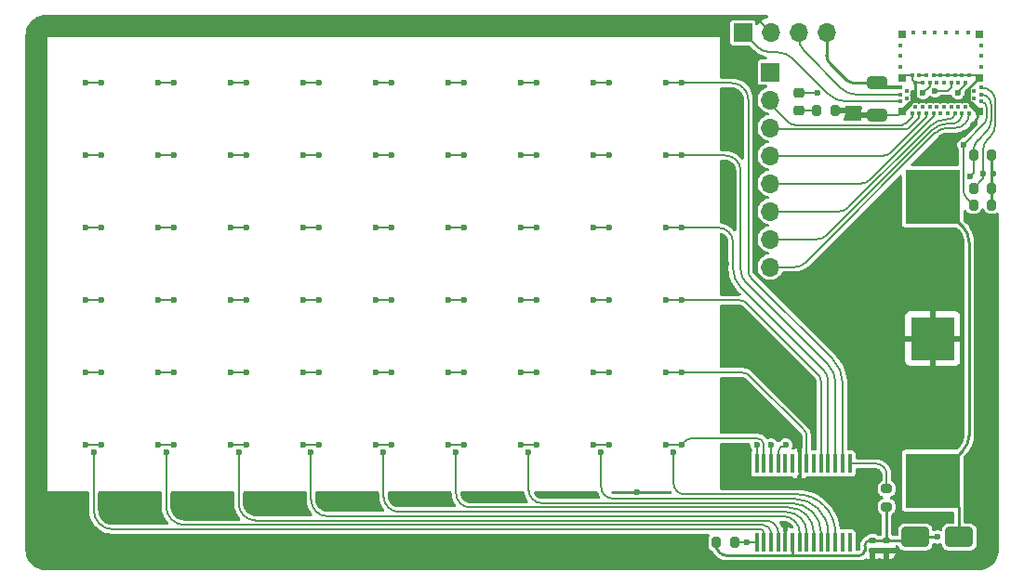
<source format=gbr>
%TF.GenerationSoftware,KiCad,Pcbnew,8.0.6*%
%TF.CreationDate,2025-06-16T01:38:39+09:00*%
%TF.ProjectId,card,63617264-2e6b-4696-9361-645f70636258,rev?*%
%TF.SameCoordinates,Original*%
%TF.FileFunction,Copper,L1,Top*%
%TF.FilePolarity,Positive*%
%FSLAX46Y46*%
G04 Gerber Fmt 4.6, Leading zero omitted, Abs format (unit mm)*
G04 Created by KiCad (PCBNEW 8.0.6) date 2025-06-16 01:38:39*
%MOMM*%
%LPD*%
G01*
G04 APERTURE LIST*
G04 Aperture macros list*
%AMRoundRect*
0 Rectangle with rounded corners*
0 $1 Rounding radius*
0 $2 $3 $4 $5 $6 $7 $8 $9 X,Y pos of 4 corners*
0 Add a 4 corners polygon primitive as box body*
4,1,4,$2,$3,$4,$5,$6,$7,$8,$9,$2,$3,0*
0 Add four circle primitives for the rounded corners*
1,1,$1+$1,$2,$3*
1,1,$1+$1,$4,$5*
1,1,$1+$1,$6,$7*
1,1,$1+$1,$8,$9*
0 Add four rect primitives between the rounded corners*
20,1,$1+$1,$2,$3,$4,$5,0*
20,1,$1+$1,$4,$5,$6,$7,0*
20,1,$1+$1,$6,$7,$8,$9,0*
20,1,$1+$1,$8,$9,$2,$3,0*%
G04 Aperture macros list end*
%TA.AperFunction,SMDPad,CuDef*%
%ADD10RoundRect,0.200000X0.200000X0.275000X-0.200000X0.275000X-0.200000X-0.275000X0.200000X-0.275000X0*%
%TD*%
%TA.AperFunction,SMDPad,CuDef*%
%ADD11R,5.000000X5.000000*%
%TD*%
%TA.AperFunction,SMDPad,CuDef*%
%ADD12R,4.000000X4.000000*%
%TD*%
%TA.AperFunction,SMDPad,CuDef*%
%ADD13RoundRect,0.140000X-0.170000X0.140000X-0.170000X-0.140000X0.170000X-0.140000X0.170000X0.140000X0*%
%TD*%
%TA.AperFunction,SMDPad,CuDef*%
%ADD14R,0.450000X1.750000*%
%TD*%
%TA.AperFunction,SMDPad,CuDef*%
%ADD15RoundRect,0.200000X0.275000X-0.200000X0.275000X0.200000X-0.275000X0.200000X-0.275000X-0.200000X0*%
%TD*%
%TA.AperFunction,SMDPad,CuDef*%
%ADD16RoundRect,0.200000X-0.200000X-0.275000X0.200000X-0.275000X0.200000X0.275000X-0.200000X0.275000X0*%
%TD*%
%TA.AperFunction,SMDPad,CuDef*%
%ADD17RoundRect,0.250000X-1.000000X-0.650000X1.000000X-0.650000X1.000000X0.650000X-1.000000X0.650000X0*%
%TD*%
%TA.AperFunction,SMDPad,CuDef*%
%ADD18RoundRect,0.218750X0.256250X-0.218750X0.256250X0.218750X-0.256250X0.218750X-0.256250X-0.218750X0*%
%TD*%
%TA.AperFunction,SMDPad,CuDef*%
%ADD19R,0.800000X0.800000*%
%TD*%
%TA.AperFunction,SMDPad,CuDef*%
%ADD20R,0.400000X0.400000*%
%TD*%
%TA.AperFunction,SMDPad,CuDef*%
%ADD21RoundRect,0.250000X-0.650000X0.325000X-0.650000X-0.325000X0.650000X-0.325000X0.650000X0.325000X0*%
%TD*%
%TA.AperFunction,ComponentPad*%
%ADD22R,1.700000X1.700000*%
%TD*%
%TA.AperFunction,ComponentPad*%
%ADD23O,1.700000X1.700000*%
%TD*%
%TA.AperFunction,ViaPad*%
%ADD24C,0.600000*%
%TD*%
%TA.AperFunction,Conductor*%
%ADD25C,0.200000*%
%TD*%
%TA.AperFunction,Conductor*%
%ADD26C,0.250000*%
%TD*%
%TA.AperFunction,Conductor*%
%ADD27C,0.300000*%
%TD*%
%TA.AperFunction,Conductor*%
%ADD28C,0.150000*%
%TD*%
G04 APERTURE END LIST*
D10*
%TO.P,R4,1*%
%TO.N,+BATT*%
X138150000Y-63000000D03*
%TO.P,R4,2*%
%TO.N,/SYNC*%
X136500000Y-63000000D03*
%TD*%
%TO.P,R3,1*%
%TO.N,+BATT*%
X138150000Y-66000000D03*
%TO.P,R3,2*%
%TO.N,/INT*%
X136500000Y-66000000D03*
%TD*%
D11*
%TO.P,BT1,1,+*%
%TO.N,Net-(BT1-+)*%
X132790773Y-66750000D03*
X132790773Y-92650000D03*
D12*
%TO.P,BT1,2,-*%
%TO.N,GND*%
X132790773Y-79700000D03*
%TD*%
D13*
%TO.P,C2,1*%
%TO.N,+BATT*%
X128600000Y-98100000D03*
%TO.P,C2,2*%
%TO.N,GND*%
X128600000Y-99060000D03*
%TD*%
D14*
%TO.P,U2,1,NRST*%
%TO.N,Net-(U2-NRST)*%
X125225000Y-91100000D03*
%TO.P,U2,2,RX9*%
%TO.N,unconnected-(U2-RX9-Pad2)*%
X124575000Y-91100000D03*
%TO.P,U2,3,RX10*%
%TO.N,unconnected-(U2-RX10-Pad3)*%
X123925000Y-91100000D03*
%TO.P,U2,4,RX11*%
%TO.N,unconnected-(U2-RX11-Pad4)*%
X123275000Y-91100000D03*
%TO.P,U2,5,RX12*%
%TO.N,unconnected-(U2-RX12-Pad5)*%
X122625000Y-91100000D03*
%TO.P,U2,6,NC*%
%TO.N,unconnected-(U2-NC-Pad6)*%
X121975000Y-91100000D03*
%TO.P,U2,7,RX13*%
%TO.N,unconnected-(U2-RX13-Pad7)*%
X121325000Y-91100000D03*
%TO.P,U2,8,VSS*%
%TO.N,GND*%
X120675000Y-91100000D03*
%TO.P,U2,9,NC*%
%TO.N,unconnected-(U2-NC-Pad9)*%
X120025000Y-91100000D03*
%TO.P,U2,10,NC*%
%TO.N,unconnected-(U2-NC-Pad10)*%
X119375000Y-91100000D03*
%TO.P,U2,11,INT*%
%TO.N,/INT*%
X118725000Y-91100000D03*
%TO.P,U2,12,SYNC*%
%TO.N,/SYNC*%
X118075000Y-91100000D03*
%TO.P,U2,13,RX14*%
%TO.N,unconnected-(U2-RX14-Pad13)*%
X117425000Y-91100000D03*
%TO.P,U2,14,SCL*%
%TO.N,/SCL*%
X116775000Y-91100000D03*
%TO.P,U2,15,SDA*%
%TO.N,/SDA*%
X116775000Y-98300000D03*
%TO.P,U2,16,RX0*%
%TO.N,unconnected-(U2-RX0-Pad16)*%
X117425000Y-98300000D03*
%TO.P,U2,17,RX1*%
%TO.N,unconnected-(U2-RX1-Pad17)*%
X118075000Y-98300000D03*
%TO.P,U2,18,RX2*%
%TO.N,unconnected-(U2-RX2-Pad18)*%
X118725000Y-98300000D03*
%TO.P,U2,19,VSS*%
%TO.N,GND*%
X119375000Y-98300000D03*
%TO.P,U2,20,VDD*%
%TO.N,+BATT*%
X120025000Y-98300000D03*
%TO.P,U2,21,RX3*%
%TO.N,unconnected-(U2-RX3-Pad21)*%
X120675000Y-98300000D03*
%TO.P,U2,22,RX4*%
%TO.N,unconnected-(U2-RX4-Pad22)*%
X121325000Y-98300000D03*
%TO.P,U2,23,RX5*%
%TO.N,unconnected-(U2-RX5-Pad23)*%
X121975000Y-98300000D03*
%TO.P,U2,24,RX6*%
%TO.N,unconnected-(U2-RX6-Pad24)*%
X122625000Y-98300000D03*
%TO.P,U2,25,RX7*%
%TO.N,unconnected-(U2-RX7-Pad25)*%
X123275000Y-98300000D03*
%TO.P,U2,26,RX8*%
%TO.N,unconnected-(U2-RX8-Pad26)*%
X123925000Y-98300000D03*
%TO.P,U2,27,NC*%
%TO.N,unconnected-(U2-NC-Pad27)*%
X124575000Y-98300000D03*
%TO.P,U2,28,NC*%
%TO.N,unconnected-(U2-NC-Pad28)*%
X125225000Y-98300000D03*
%TD*%
D15*
%TO.P,R5,1*%
%TO.N,+BATT*%
X128600000Y-95025000D03*
%TO.P,R5,2*%
%TO.N,Net-(U2-NRST)*%
X128600000Y-93375000D03*
%TD*%
D16*
%TO.P,R2,1*%
%TO.N,+BATT*%
X113075000Y-98300000D03*
%TO.P,R2,2*%
%TO.N,/SDA*%
X114725000Y-98300000D03*
%TD*%
D13*
%TO.P,C1,1*%
%TO.N,+BATT*%
X127300000Y-98100000D03*
%TO.P,C1,2*%
%TO.N,GND*%
X127300000Y-99060000D03*
%TD*%
D17*
%TO.P,D1,1,K*%
%TO.N,+BATT*%
X131200000Y-97800000D03*
%TO.P,D1,2,A*%
%TO.N,Net-(BT1-+)*%
X135200000Y-97800000D03*
%TD*%
D18*
%TO.P,D2,1,K*%
%TO.N,Net-(D2-K)*%
X120600000Y-58900000D03*
%TO.P,D2,2,A*%
%TO.N,Net-(D2-A)*%
X120600000Y-57325000D03*
%TD*%
D19*
%TO.P,U1,1,VSS*%
%TO.N,GND*%
X137000000Y-59000000D03*
D20*
%TO.P,U1,2,P0_12*%
%TO.N,/SCL*%
X137200000Y-58100000D03*
%TO.P,U1,3*%
%TO.N,unconnected-(U1-Pad3)*%
X136550000Y-57775000D03*
%TO.P,U1,4,P0_14*%
%TO.N,/SYNC*%
X137200000Y-57450000D03*
%TO.P,U1,5*%
%TO.N,unconnected-(U1-Pad5)*%
X136550000Y-57125000D03*
%TO.P,U1,6,P0_18*%
%TO.N,/INT*%
X137200000Y-56800000D03*
D19*
%TO.P,U1,7,VSS*%
%TO.N,GND*%
X137000000Y-55900000D03*
D20*
%TO.P,U1,8,VSS*%
X136100000Y-55700000D03*
%TO.P,U1,9,P0_16*%
%TO.N,/SDA*%
X135775000Y-56350000D03*
%TO.P,U1,10,VSS*%
%TO.N,GND*%
X135450000Y-55700000D03*
%TO.P,U1,11*%
%TO.N,unconnected-(U1-Pad11)*%
X135125000Y-56350000D03*
%TO.P,U1,12,VSS*%
%TO.N,GND*%
X134800000Y-55700000D03*
%TO.P,U1,13,P0_21_nRST*%
%TO.N,/~{RESET}*%
X134475000Y-56350000D03*
%TO.P,U1,14,VSS*%
%TO.N,GND*%
X134150000Y-55700000D03*
%TO.P,U1,15*%
%TO.N,unconnected-(U1-Pad15)*%
X133825000Y-56350000D03*
%TO.P,U1,16,VSS*%
%TO.N,GND*%
X133500000Y-55700000D03*
%TO.P,U1,17*%
%TO.N,unconnected-(U1-Pad17)*%
X133175000Y-56350000D03*
%TO.P,U1,18,VSS*%
%TO.N,GND*%
X132850000Y-55700000D03*
%TO.P,U1,19,P0_20*%
%TO.N,Net-(D2-A)*%
X132525000Y-56350000D03*
%TO.P,U1,20,OUT_ANT*%
%TO.N,Net-(U1-OUT_ANT)*%
X132200000Y-55700000D03*
%TO.P,U1,21,VSS*%
%TO.N,GND*%
X131875000Y-56350000D03*
%TO.P,U1,22,OUT_MOD*%
%TO.N,Net-(U1-OUT_ANT)*%
X131550000Y-55700000D03*
%TO.P,U1,23,VSS*%
%TO.N,GND*%
X131225000Y-56350000D03*
%TO.P,U1,24,VSS*%
X130900000Y-55700000D03*
D19*
%TO.P,U1,25,VSS*%
X130000000Y-55900000D03*
D20*
%TO.P,U1,26,VCC_nRF*%
%TO.N,+BATT*%
X129800000Y-56800000D03*
%TO.P,U1,27*%
%TO.N,unconnected-(U1-Pad27)*%
X130450000Y-57125000D03*
%TO.P,U1,28,SWDIO*%
%TO.N,/SWDIO*%
X129800000Y-57450000D03*
%TO.P,U1,29*%
%TO.N,unconnected-(U1-Pad29)*%
X130450000Y-57775000D03*
%TO.P,U1,30,SWDCLK*%
%TO.N,/SWDCLK*%
X129800000Y-58100000D03*
D19*
%TO.P,U1,31,VSS*%
%TO.N,GND*%
X130000000Y-59000000D03*
D20*
%TO.P,U1,32,P0_08*%
%TO.N,/P0_08*%
X130900000Y-59200000D03*
%TO.P,U1,33*%
%TO.N,unconnected-(U1-Pad33)*%
X131225000Y-58550000D03*
%TO.P,U1,34,P0_17*%
%TO.N,/P0_17*%
X131550000Y-59200000D03*
%TO.P,U1,35*%
%TO.N,unconnected-(U1-Pad35)*%
X131875000Y-58550000D03*
%TO.P,U1,36,P0_05_AIN3*%
%TO.N,/P0_05*%
X132200000Y-59200000D03*
%TO.P,U1,37*%
%TO.N,unconnected-(U1-Pad37)*%
X132525000Y-58550000D03*
%TO.P,U1,38,P0_03_AIN1*%
%TO.N,/P0_03*%
X132850000Y-59200000D03*
%TO.P,U1,39*%
%TO.N,unconnected-(U1-Pad39)*%
X133175000Y-58550000D03*
%TO.P,U1,40,P0_01*%
%TO.N,unconnected-(U1-P0_01-Pad40)*%
X133500000Y-59200000D03*
%TO.P,U1,41*%
%TO.N,unconnected-(U1-Pad41)*%
X133825000Y-58550000D03*
%TO.P,U1,42,P0_00*%
%TO.N,unconnected-(U1-P0_00-Pad42)*%
X134150000Y-59200000D03*
%TO.P,U1,43*%
%TO.N,unconnected-(U1-Pad43)*%
X134475000Y-58550000D03*
%TO.P,U1,44,P0_15*%
%TO.N,/P0_15*%
X134800000Y-59200000D03*
%TO.P,U1,45*%
%TO.N,unconnected-(U1-Pad45)*%
X135125000Y-58550000D03*
%TO.P,U1,46,P0_04_AIN2*%
%TO.N,/P0_04*%
X135450000Y-59200000D03*
%TO.P,U1,47*%
%TO.N,unconnected-(U1-Pad47)*%
X135775000Y-58550000D03*
%TO.P,U1,48,P0_11*%
%TO.N,/P0_11*%
X136100000Y-59200000D03*
%TO.P,U1,49*%
%TO.N,N/C*%
X137200000Y-54950000D03*
%TO.P,U1,50*%
X137200000Y-53950000D03*
%TO.P,U1,51*%
X137200000Y-52950000D03*
D19*
%TO.P,U1,52*%
X137000000Y-52000000D03*
D20*
%TO.P,U1,53*%
X136000000Y-51800000D03*
%TO.P,U1,54*%
X135000000Y-51800000D03*
%TO.P,U1,55*%
X134000000Y-51800000D03*
%TO.P,U1,56*%
X133000000Y-51800000D03*
%TO.P,U1,57*%
X132000000Y-51800000D03*
%TO.P,U1,58*%
X131000000Y-51800000D03*
D19*
%TO.P,U1,59*%
X130000000Y-52000000D03*
D20*
%TO.P,U1,60*%
X129800000Y-52950000D03*
%TO.P,U1,61*%
X129800000Y-53950000D03*
%TO.P,U1,62*%
X129800000Y-54950000D03*
%TD*%
D16*
%TO.P,R6,1*%
%TO.N,Net-(D2-K)*%
X122250000Y-58900000D03*
%TO.P,R6,2*%
%TO.N,GND*%
X123900000Y-58900000D03*
%TD*%
D10*
%TO.P,R1,1*%
%TO.N,+BATT*%
X138150000Y-67500000D03*
%TO.P,R1,2*%
%TO.N,/SCL*%
X136500000Y-67500000D03*
%TD*%
D21*
%TO.P,C3,1*%
%TO.N,+BATT*%
X127700000Y-56400000D03*
%TO.P,C3,2*%
%TO.N,GND*%
X127700000Y-59350000D03*
%TD*%
D22*
%TO.P,J2,1,Pin_1*%
%TO.N,/SWDCLK*%
X115500000Y-51800000D03*
D23*
%TO.P,J2,2,Pin_2*%
%TO.N,GND*%
X118040000Y-51800000D03*
%TO.P,J2,3,Pin_3*%
%TO.N,/SWDIO*%
X120580000Y-51800000D03*
%TO.P,J2,4,Pin_4*%
%TO.N,+BATT*%
X123120000Y-51800000D03*
%TD*%
D22*
%TO.P,J1,1,Pin_1*%
%TO.N,/~{RESET}*%
X118000000Y-55400000D03*
D23*
%TO.P,J1,2,Pin_2*%
%TO.N,/P0_08*%
X118000000Y-57940000D03*
%TO.P,J1,3,Pin_3*%
%TO.N,/P0_17*%
X118000000Y-60480000D03*
%TO.P,J1,4,Pin_4*%
%TO.N,/P0_05*%
X118000000Y-63020000D03*
%TO.P,J1,5,Pin_5*%
%TO.N,/P0_03*%
X118000000Y-65560000D03*
%TO.P,J1,6,Pin_6*%
%TO.N,/P0_15*%
X118000000Y-68100000D03*
%TO.P,J1,7,Pin_7*%
%TO.N,/P0_04*%
X118000000Y-70640000D03*
%TO.P,J1,8,Pin_8*%
%TO.N,/P0_11*%
X118000000Y-73180000D03*
%TD*%
D24*
%TO.N,GND*%
X114000000Y-72900000D03*
X81500000Y-51500000D03*
X59700000Y-93900000D03*
X51500000Y-81500000D03*
X138200000Y-94100000D03*
X127500000Y-79700000D03*
X72900000Y-93900000D03*
X61500000Y-51500000D03*
X131600000Y-63500000D03*
X114000000Y-91400000D03*
X79500000Y-93900000D03*
X111500000Y-51500000D03*
X91500000Y-51500000D03*
X136800000Y-91700000D03*
X105900000Y-93700000D03*
X114000000Y-79500000D03*
X137500000Y-99500000D03*
X71500000Y-51500000D03*
X133200000Y-62600000D03*
X137000000Y-68600000D03*
X129300000Y-97200000D03*
X114000000Y-85800000D03*
X114000000Y-66300000D03*
X133100000Y-96700000D03*
X126500000Y-100200000D03*
X101500000Y-51500000D03*
X51500000Y-91500000D03*
X51500000Y-99500000D03*
X125100000Y-73100000D03*
X61500000Y-99500000D03*
X137100000Y-80100000D03*
X123800000Y-71500000D03*
X99300000Y-93900000D03*
X117000000Y-81100000D03*
X101500000Y-99500000D03*
X86100000Y-93900000D03*
X125600000Y-59200000D03*
X51500000Y-51500000D03*
X115900000Y-85800000D03*
X121000000Y-84700000D03*
X81500000Y-99500000D03*
X111500000Y-99500000D03*
X51500000Y-71500000D03*
X91500000Y-99500000D03*
X92700000Y-93900000D03*
X119300000Y-96600000D03*
X66300000Y-93900000D03*
X135800000Y-57800000D03*
X51500000Y-61500000D03*
X114000000Y-59700000D03*
X125400000Y-96600000D03*
X71500000Y-99500000D03*
%TO.N,+BATT*%
X133200000Y-97800000D03*
X138300000Y-64700000D03*
%TO.N,/SCL*%
X116775000Y-89400000D03*
X135600000Y-62000000D03*
%TO.N,/SDA*%
X135100000Y-57300000D03*
X115900000Y-98300000D03*
%TO.N,/INT*%
X137400000Y-64700000D03*
X119400000Y-89400000D03*
%TO.N,/SYNC*%
X118100000Y-89400000D03*
X136190773Y-64900000D03*
%TO.N,Net-(D2-A)*%
X131900000Y-57300000D03*
X122300000Y-57300000D03*
%TO.N,/~{RESET}*%
X133000000Y-57100000D03*
%TO.N,unconnected-(U2-RX5-Pad23)*%
X89400000Y-90100000D03*
%TO.N,unconnected-(U2-RX3-Pad21)*%
X76200000Y-90100000D03*
%TO.N,unconnected-(U2-RX8-Pad26)*%
X109200000Y-90100000D03*
%TO.N,unconnected-(U2-RX0-Pad16)*%
X56400000Y-90100000D03*
%TO.N,unconnected-(U2-RX7-Pad25)*%
X102600000Y-90100000D03*
%TO.N,unconnected-(U2-RX9-Pad2)*%
X75500000Y-56400000D03*
X103300000Y-56400000D03*
X90100000Y-56400000D03*
X57100000Y-56400000D03*
X76900000Y-56400000D03*
X88700000Y-56400000D03*
X70300000Y-56400000D03*
X95300000Y-56400000D03*
X96700000Y-56400000D03*
X101900000Y-56400000D03*
X62300000Y-56400000D03*
X63700000Y-56400000D03*
X68900000Y-56400000D03*
X55700000Y-56400000D03*
X82100000Y-56400000D03*
X108500000Y-56400000D03*
X109900000Y-56400000D03*
X83500000Y-56400000D03*
%TO.N,unconnected-(U2-RX12-Pad5)*%
X108500000Y-76200000D03*
X95300000Y-76200000D03*
X109900000Y-76200000D03*
X90100000Y-76200000D03*
X101900000Y-76200000D03*
X62300000Y-76200000D03*
X83500000Y-76200000D03*
X55700000Y-76200000D03*
X96700000Y-76200000D03*
X82100000Y-76200000D03*
X88700000Y-76200000D03*
X68900000Y-76200000D03*
X76900000Y-76200000D03*
X75500000Y-76200000D03*
X57100000Y-76200000D03*
X70300000Y-76200000D03*
X103300000Y-76200000D03*
X63700000Y-76200000D03*
%TO.N,unconnected-(U2-RX13-Pad7)*%
X108500000Y-82800000D03*
X57100000Y-82800000D03*
X62300000Y-82800000D03*
X83500000Y-82800000D03*
X103300000Y-82800000D03*
X95300000Y-82800000D03*
X96700000Y-82800000D03*
X68900000Y-82800000D03*
X82100000Y-82800000D03*
X76900000Y-82800000D03*
X109900000Y-82800000D03*
X63700000Y-82800000D03*
X55700000Y-82800000D03*
X88700000Y-82800000D03*
X70300000Y-82800000D03*
X75500000Y-82800000D03*
X101900000Y-82800000D03*
X90100000Y-82800000D03*
%TO.N,unconnected-(U2-RX14-Pad13)*%
X101900000Y-89400000D03*
X109900000Y-89400000D03*
X82100000Y-89400000D03*
X57100000Y-89400000D03*
X62300000Y-89400000D03*
X88700000Y-89400000D03*
X68900000Y-89400000D03*
X103300000Y-89400000D03*
X75500000Y-89400000D03*
X63700000Y-89400000D03*
X83500000Y-89400000D03*
X96700000Y-89400000D03*
X90100000Y-89400000D03*
X95300000Y-89400000D03*
X76900000Y-89400000D03*
X55700000Y-89400000D03*
X70300000Y-89400000D03*
X108500000Y-89400000D03*
%TO.N,unconnected-(U2-RX2-Pad18)*%
X69600000Y-90100000D03*
%TO.N,unconnected-(U2-RX6-Pad24)*%
X96000000Y-90100000D03*
%TO.N,unconnected-(U2-RX1-Pad17)*%
X63000000Y-90100000D03*
%TO.N,unconnected-(U2-RX4-Pad22)*%
X82800000Y-90100000D03*
%TO.N,unconnected-(U2-RX10-Pad3)*%
X96700000Y-63000000D03*
X55700000Y-63000000D03*
X88700000Y-63000000D03*
X90100000Y-63000000D03*
X95300000Y-63000000D03*
X83500000Y-63000000D03*
X62300000Y-63000000D03*
X68900000Y-63000000D03*
X109900000Y-63000000D03*
X76900000Y-63000000D03*
X82100000Y-63000000D03*
X70300000Y-63000000D03*
X108500000Y-63000000D03*
X101900000Y-63000000D03*
X63700000Y-63000000D03*
X57100000Y-63000000D03*
X103300000Y-63000000D03*
X75500000Y-63000000D03*
%TO.N,unconnected-(U2-RX11-Pad4)*%
X103300000Y-69600000D03*
X101900000Y-69600000D03*
X96700000Y-69600000D03*
X108500000Y-69600000D03*
X109900000Y-69600000D03*
X75500000Y-69600000D03*
X76900000Y-69600000D03*
X88700000Y-69600000D03*
X83500000Y-69600000D03*
X82100000Y-69600000D03*
X63700000Y-69600000D03*
X95300000Y-69600000D03*
X57100000Y-69600000D03*
X55700000Y-69600000D03*
X70300000Y-69600000D03*
X90100000Y-69600000D03*
X62300000Y-69600000D03*
X68900000Y-69600000D03*
%TD*%
D25*
%TO.N,GND*%
X118040000Y-51800000D02*
X116890000Y-50650000D01*
D26*
X137000000Y-55900000D02*
X137000000Y-55901040D01*
X120675000Y-91100000D02*
X120675000Y-92737500D01*
X121037500Y-93100000D02*
X123500000Y-93100000D01*
D25*
X136800000Y-55700000D02*
X137000000Y-55900000D01*
X130200000Y-55700000D02*
X130000000Y-55900000D01*
X129650000Y-59350000D02*
X130000000Y-59000000D01*
D26*
X131225000Y-57775000D02*
X131225000Y-56350000D01*
X125400000Y-95000000D02*
X125400000Y-96600000D01*
X119375000Y-98300000D02*
X119375000Y-96675000D01*
D25*
X130900000Y-55700000D02*
X130200000Y-55700000D01*
D26*
X119375000Y-96675000D02*
X119300000Y-96600000D01*
X133100000Y-63500000D02*
X136575745Y-60024255D01*
X137000000Y-55901040D02*
X135800000Y-57101040D01*
X120675000Y-91100000D02*
X120675000Y-89175000D01*
X130000000Y-59000000D02*
X131225000Y-57775000D01*
D25*
X112350000Y-50650000D02*
X111500000Y-51500000D01*
D26*
X120675000Y-89175000D02*
X117300000Y-85800000D01*
D25*
X131150000Y-56350000D02*
X130900000Y-56100000D01*
D26*
X117300000Y-85800000D02*
X115900000Y-85800000D01*
D25*
X132850000Y-55700000D02*
X136800000Y-55700000D01*
D26*
X120675000Y-92737500D02*
X121037500Y-93100000D01*
X137000000Y-59000000D02*
X135800000Y-57800000D01*
X123500000Y-93100000D02*
X125400000Y-95000000D01*
D25*
X127700000Y-59350000D02*
X129650000Y-59350000D01*
X130900000Y-56100000D02*
X130900000Y-55700000D01*
D26*
X131600000Y-63500000D02*
X133100000Y-63500000D01*
D25*
X131875000Y-56350000D02*
X131150000Y-56350000D01*
X116890000Y-50650000D02*
X112350000Y-50650000D01*
D26*
X135800000Y-57101040D02*
X135800000Y-57800000D01*
X136575745Y-60024255D02*
G75*
G03*
X137000008Y-59000000I-1024245J1024255D01*
G01*
%TO.N,Net-(BT1-+)*%
X135200000Y-95059227D02*
X132790773Y-92650000D01*
X132790773Y-66750000D02*
X135514214Y-69473441D01*
X136100000Y-70887654D02*
X136100000Y-88512346D01*
X135200000Y-97800000D02*
X135200000Y-95059227D01*
X135514213Y-89926560D02*
X132790773Y-92650000D01*
X136100000Y-88512346D02*
G75*
G02*
X135514190Y-89926537I-2000000J46D01*
G01*
X136100000Y-70887654D02*
G75*
G03*
X135514191Y-69473464I-2000000J-46D01*
G01*
%TO.N,+BATT*%
X120100000Y-99500000D02*
X126100000Y-99500000D01*
X123412893Y-54589671D02*
X124930329Y-56107107D01*
D27*
X127700000Y-56400000D02*
X128100000Y-56800000D01*
D26*
X123120000Y-51800000D02*
X123120000Y-53882564D01*
X131200000Y-97800000D02*
X133200000Y-97800000D01*
X130900000Y-98100000D02*
X131200000Y-97800000D01*
D27*
X128100000Y-56800000D02*
X129800000Y-56800000D01*
D26*
X125637436Y-56400000D02*
X127700000Y-56400000D01*
X128600000Y-98100000D02*
X130900000Y-98100000D01*
X138150000Y-66000000D02*
X138150000Y-64850000D01*
X138150000Y-63000000D02*
X138150000Y-64550000D01*
X127100000Y-98100000D02*
X127300000Y-98100000D01*
X120025000Y-99425000D02*
X120100000Y-99500000D01*
X127300000Y-98100000D02*
X128600000Y-98100000D01*
X138150000Y-67500000D02*
X138150000Y-66000000D01*
X126600000Y-99000000D02*
X126600000Y-98600000D01*
X114075000Y-99500000D02*
X120100000Y-99500000D01*
X128600000Y-95025000D02*
X128600000Y-98100000D01*
X113075000Y-98300000D02*
X113075000Y-98500000D01*
X138150000Y-64550000D02*
X138300000Y-64700000D01*
X138150000Y-64850000D02*
X138300000Y-64700000D01*
X120025000Y-98300000D02*
X120025000Y-99425000D01*
X127100000Y-98100000D02*
G75*
G03*
X126600000Y-98600000I0J-500000D01*
G01*
X123120000Y-53882564D02*
G75*
G03*
X123412875Y-54589689I1000000J-36D01*
G01*
X125637436Y-56400000D02*
G75*
G02*
X124930311Y-56107125I-36J1000000D01*
G01*
X126600000Y-99000000D02*
G75*
G02*
X126100000Y-99500000I-500000J0D01*
G01*
X113075000Y-98500000D02*
G75*
G03*
X114075000Y-99500000I1000000J0D01*
G01*
D25*
%TO.N,/SCL*%
X135600000Y-62000000D02*
X135590773Y-62009227D01*
X137700000Y-58600010D02*
X137700000Y-59485786D01*
X116775000Y-89400000D02*
X116775000Y-91100000D01*
X137407107Y-60192893D02*
X135600000Y-62000000D01*
X135883666Y-66883666D02*
X136500000Y-67500000D01*
X135590773Y-62009227D02*
X135590773Y-66176559D01*
X137200000Y-58100000D02*
G75*
G02*
X137700000Y-58600010I0J-500000D01*
G01*
X135590773Y-66176559D02*
G75*
G03*
X135883640Y-66883692I1000027J-41D01*
G01*
X137407107Y-60192893D02*
G75*
G03*
X137699990Y-59485786I-707107J707093D01*
G01*
%TO.N,/SDA*%
X135775000Y-56350000D02*
X135775000Y-56525000D01*
X115900000Y-98300000D02*
X114725000Y-98300000D01*
X135775000Y-56525000D02*
X135100000Y-57200000D01*
X135100000Y-57200000D02*
X135100000Y-57300000D01*
X115900000Y-98300000D02*
X116775000Y-98300000D01*
%TO.N,/INT*%
X137692893Y-61657107D02*
X137972792Y-61377208D01*
X137400000Y-64700000D02*
X137400000Y-65100000D01*
X118725000Y-90074996D02*
X118725000Y-91100000D01*
X138500000Y-60104416D02*
X138500000Y-58099991D01*
X137400000Y-64700000D02*
X137400000Y-62364214D01*
X137400000Y-65100000D02*
X136500000Y-66000000D01*
X138500000Y-60104416D02*
G75*
G02*
X137972784Y-61377200I-1800000J16D01*
G01*
X118725000Y-90074996D02*
G75*
G02*
X119400000Y-89400000I675000J-4D01*
G01*
X137692893Y-61657107D02*
G75*
G03*
X137400010Y-62364214I707107J-707093D01*
G01*
X138500000Y-58099991D02*
G75*
G03*
X137200000Y-56800000I-1300000J-9D01*
G01*
%TO.N,/SYNC*%
X136500000Y-62579899D02*
X136500000Y-63000000D01*
X137689949Y-60810051D02*
X136910050Y-61589950D01*
X118075000Y-89625000D02*
X118075000Y-91100000D01*
X137200000Y-57450000D02*
X137200000Y-57450000D01*
X138100000Y-58349994D02*
X138100000Y-59820101D01*
X118100000Y-89400000D02*
X118100000Y-89600000D01*
X118100000Y-89600000D02*
X118075000Y-89625000D01*
X136500000Y-64590773D02*
X136190773Y-64900000D01*
X136500000Y-63000000D02*
X136500000Y-64590773D01*
X138100000Y-59820101D02*
G75*
G02*
X137689948Y-60810050I-1400000J1D01*
G01*
X136500000Y-62579899D02*
G75*
G02*
X136910051Y-61589951I1400000J-1D01*
G01*
X138100000Y-58349994D02*
G75*
G03*
X137200000Y-57450000I-900000J-6D01*
G01*
%TO.N,Net-(U2-NRST)*%
X125225000Y-91100000D02*
X127600000Y-91100000D01*
X128600000Y-92100000D02*
X128600000Y-93375000D01*
X128600000Y-92100000D02*
G75*
G03*
X127600000Y-91100000I-1000000J0D01*
G01*
%TO.N,/SWDCLK*%
X129800000Y-58100000D02*
X125046195Y-58100000D01*
X118702945Y-53600000D02*
X118045584Y-53600000D01*
X123172362Y-57323833D02*
X119975737Y-54127208D01*
X116772792Y-53072792D02*
X115500000Y-51800000D01*
X116772792Y-53072792D02*
G75*
G03*
X118045584Y-53600011I1272808J1272792D01*
G01*
X119975737Y-54127208D02*
G75*
G03*
X118702945Y-53599968I-1272837J-1272792D01*
G01*
X125046195Y-58100000D02*
G75*
G02*
X123172365Y-57323830I5J2650000D01*
G01*
%TO.N,Net-(D2-A)*%
X131900000Y-57300000D02*
X132525000Y-56675000D01*
X132525000Y-56675000D02*
X132525000Y-56350000D01*
X122275000Y-57325000D02*
X122300000Y-57300000D01*
X120600000Y-57325000D02*
X122275000Y-57325000D01*
%TO.N,Net-(D2-K)*%
X122250000Y-58900000D02*
X120600000Y-58900000D01*
%TO.N,/P0_08*%
X118000000Y-57940000D02*
X118000000Y-58340000D01*
X130900000Y-59500000D02*
X130900000Y-59200000D01*
X120299214Y-60225000D02*
X129967893Y-60225000D01*
X118000000Y-58340000D02*
X119592107Y-59932107D01*
X130321447Y-60078553D02*
X130900000Y-59500000D01*
X129967893Y-60225000D02*
G75*
G03*
X130321450Y-60078556I7J500000D01*
G01*
X120299214Y-60225000D02*
G75*
G02*
X119592100Y-59932114I-14J1000000D01*
G01*
%TO.N,/P0_05*%
X128988579Y-62727107D02*
X132200000Y-59515686D01*
X118000000Y-63020000D02*
X128281472Y-63020000D01*
X132200000Y-59515686D02*
X132200000Y-59200000D01*
X128281472Y-63020000D02*
G75*
G03*
X128988593Y-62727121I28J1000000D01*
G01*
%TO.N,/~{RESET}*%
X134475000Y-56750000D02*
X134475000Y-56350000D01*
X134125000Y-57100000D02*
X134475000Y-56750000D01*
X133000000Y-57100000D02*
X134125000Y-57100000D01*
%TO.N,Net-(U1-OUT_ANT)*%
X132200000Y-55700000D02*
X131550000Y-55700000D01*
%TO.N,/SWDIO*%
X121165787Y-53587868D02*
X124442133Y-56864214D01*
X125856346Y-57450000D02*
X129800000Y-57450000D01*
X120580000Y-51800000D02*
X120580000Y-52173654D01*
X120580000Y-52173654D02*
G75*
G03*
X121165764Y-53587891I2000000J-46D01*
G01*
X125856346Y-57450000D02*
G75*
G02*
X124442110Y-56864237I-46J2000000D01*
G01*
%TO.N,/P0_11*%
X120218531Y-73180000D02*
X118000000Y-73180000D01*
X133009801Y-60968629D02*
X121208480Y-72769950D01*
X134800005Y-60500000D02*
X134141172Y-60500000D01*
X133009801Y-60968629D02*
G75*
G02*
X134141172Y-60499980I1131399J-1131371D01*
G01*
X121208480Y-72769950D02*
G75*
G02*
X120218531Y-73180022I-989980J989950D01*
G01*
X134800005Y-60500000D02*
G75*
G03*
X136100000Y-59200000I-5J1300000D01*
G01*
%TO.N,/P0_03*%
X132850000Y-59431372D02*
X132850000Y-59200000D01*
X127043555Y-65237817D02*
X132850000Y-59431372D01*
X118000000Y-65560000D02*
X126265737Y-65560000D01*
X127043555Y-65237817D02*
G75*
G02*
X126265737Y-65560026I-777855J777817D01*
G01*
%TO.N,/P0_04*%
X132726957Y-60685787D02*
X123153505Y-70259239D01*
X134550001Y-60100000D02*
X134141171Y-60100000D01*
X122234266Y-70640000D02*
X118000000Y-70640000D01*
X134550001Y-60100000D02*
G75*
G03*
X135450000Y-59200000I-1J900000D01*
G01*
X123153505Y-70259239D02*
G75*
G02*
X122234266Y-70639976I-919205J919239D01*
G01*
X134141171Y-60100000D02*
G75*
G03*
X132726971Y-60685801I29J-2000000D01*
G01*
%TO.N,/P0_15*%
X134141171Y-59700000D02*
X134300006Y-59700000D01*
X118000000Y-68100000D02*
X124250002Y-68100000D01*
X125098530Y-67748528D02*
X132444115Y-60402943D01*
X132444115Y-60402943D02*
G75*
G02*
X134141171Y-59699979I1697085J-1697057D01*
G01*
X124250002Y-68100000D02*
G75*
G03*
X125098529Y-67748527I-2J1200000D01*
G01*
X134800000Y-59200000D02*
G75*
G02*
X134300006Y-59700000I-500000J0D01*
G01*
%TO.N,/P0_17*%
X118145000Y-60625000D02*
X118000000Y-60480000D01*
X130152208Y-60625000D02*
X118145000Y-60625000D01*
X131550000Y-59200000D02*
X131550000Y-59600000D01*
X131550000Y-59600000D02*
X130788604Y-60361396D01*
X130152208Y-60625000D02*
G75*
G03*
X130788600Y-60361392I-8J900000D01*
G01*
%TO.N,unconnected-(U2-RX5-Pad23)*%
X89400000Y-93800000D02*
X89400000Y-90100000D01*
X121975000Y-98300000D02*
X121975000Y-97400000D01*
X119675000Y-95100000D02*
X90700000Y-95100000D01*
X90700000Y-95100000D02*
G75*
G02*
X89400000Y-93800000I0J1300000D01*
G01*
X119675000Y-95100000D02*
G75*
G02*
X121975000Y-97400000I0J-2300000D01*
G01*
%TO.N,unconnected-(U2-RX3-Pad21)*%
X120675000Y-98300000D02*
X120675000Y-97400000D01*
X119175000Y-95900000D02*
X77700000Y-95900000D01*
X76200000Y-94400000D02*
X76200000Y-90100000D01*
X77700000Y-95900000D02*
G75*
G02*
X76200000Y-94400000I0J1500000D01*
G01*
X119175000Y-95900000D02*
G75*
G02*
X120675000Y-97400000I0J-1500000D01*
G01*
%TO.N,unconnected-(U2-RX8-Pad26)*%
X123925000Y-98300000D02*
X123925000Y-97400000D01*
X120425000Y-93900000D02*
X110200000Y-93900000D01*
X109200000Y-92900000D02*
X109200000Y-90100000D01*
X110200000Y-93900000D02*
G75*
G02*
X109200000Y-92900000I0J1000000D01*
G01*
X120425000Y-93900000D02*
G75*
G02*
X123925000Y-97400000I0J-3500000D01*
G01*
%TO.N,unconnected-(U2-RX0-Pad16)*%
X56400000Y-95300000D02*
X56400000Y-90100000D01*
X117425000Y-98300000D02*
X117425000Y-97400000D01*
X117125000Y-97100000D02*
X58200000Y-97100000D01*
X117425000Y-97400000D02*
G75*
G03*
X117125000Y-97100000I-300000J0D01*
G01*
X58200000Y-97100000D02*
G75*
G02*
X56400000Y-95300000I0J1800000D01*
G01*
%TO.N,unconnected-(U2-RX7-Pad25)*%
X120175000Y-94300000D02*
X103700000Y-94300000D01*
X102600000Y-93200000D02*
X102600000Y-90100000D01*
X123275000Y-98300000D02*
X123275000Y-97400000D01*
X103700000Y-94300000D02*
G75*
G02*
X102600000Y-93200000I0J1100000D01*
G01*
X123275000Y-97400000D02*
G75*
G03*
X120175000Y-94300000I-3100000J0D01*
G01*
D28*
%TO.N,unconnected-(U2-RX9-Pad2)*%
X90100000Y-56400000D02*
X88700000Y-56400000D01*
D25*
X124575000Y-91100000D02*
X124575000Y-83696930D01*
D28*
X109900000Y-56400000D02*
X108500000Y-56400000D01*
X68900000Y-56400000D02*
X70300000Y-56400000D01*
X96700000Y-56400000D02*
X95300000Y-56400000D01*
D25*
X116000000Y-73485786D02*
X116000000Y-57900000D01*
D28*
X103300000Y-56400000D02*
X101900000Y-56400000D01*
X57100000Y-56400000D02*
X55700000Y-56400000D01*
X76900000Y-56400000D02*
X75500000Y-56400000D01*
D25*
X123710965Y-81610965D02*
X116292893Y-74192893D01*
D28*
X82100000Y-56400000D02*
X83500000Y-56400000D01*
D25*
X114500000Y-56400000D02*
X109900000Y-56400000D01*
D28*
X63700000Y-56400000D02*
X62300000Y-56400000D01*
D25*
X116000000Y-73485786D02*
G75*
G03*
X116292886Y-74192900I1000000J-14D01*
G01*
X116000000Y-57900000D02*
G75*
G03*
X114500000Y-56400000I-1500000J0D01*
G01*
X124575000Y-83696930D02*
G75*
G03*
X123710980Y-81610950I-2950000J30D01*
G01*
D28*
%TO.N,unconnected-(U2-RX12-Pad5)*%
X90100000Y-76200000D02*
X88700000Y-76200000D01*
X57100000Y-76200000D02*
X55700000Y-76200000D01*
X68900000Y-76200000D02*
X70300000Y-76200000D01*
X96700000Y-76200000D02*
X95300000Y-76200000D01*
X109900000Y-76200000D02*
X108500000Y-76200000D01*
D25*
X122625000Y-91100000D02*
X122625000Y-83639214D01*
D28*
X82100000Y-76200000D02*
X83500000Y-76200000D01*
X76900000Y-76200000D02*
X75500000Y-76200000D01*
D25*
X115185786Y-76200000D02*
X109900000Y-76200000D01*
D28*
X63700000Y-76200000D02*
X62300000Y-76200000D01*
D25*
X122332107Y-82932107D02*
X115892893Y-76492893D01*
D28*
X103300000Y-76200000D02*
X101900000Y-76200000D01*
D25*
X122332107Y-82932107D02*
G75*
G02*
X122624990Y-83639214I-707107J-707093D01*
G01*
X115892893Y-76492893D02*
G75*
G03*
X115185786Y-76200010I-707093J-707107D01*
G01*
D28*
%TO.N,unconnected-(U2-RX13-Pad7)*%
X109900000Y-82800000D02*
X108500000Y-82800000D01*
X103300000Y-82800000D02*
X101900000Y-82800000D01*
X76900000Y-82800000D02*
X75500000Y-82800000D01*
X68900000Y-82800000D02*
X70300000Y-82800000D01*
X57100000Y-82800000D02*
X55700000Y-82800000D01*
D25*
X121325000Y-91100000D02*
X121325000Y-88687743D01*
D28*
X90100000Y-82800000D02*
X88700000Y-82800000D01*
D25*
X121032107Y-87980636D02*
X116144364Y-83092893D01*
D28*
X96700000Y-82800000D02*
X95300000Y-82800000D01*
X82100000Y-82800000D02*
X83500000Y-82800000D01*
X63700000Y-82800000D02*
X62300000Y-82800000D01*
D25*
X115437257Y-82800000D02*
X109900000Y-82800000D01*
X116144364Y-83092893D02*
G75*
G03*
X115437257Y-82800030I-707064J-707107D01*
G01*
X121032107Y-87980636D02*
G75*
G02*
X121324970Y-88687743I-707107J-707064D01*
G01*
D28*
%TO.N,unconnected-(U2-RX14-Pad13)*%
X82100000Y-89400000D02*
X83500000Y-89400000D01*
X109900000Y-89400000D02*
X108500000Y-89400000D01*
D25*
X117425000Y-91100000D02*
X117425000Y-89400000D01*
D28*
X90100000Y-89400000D02*
X88700000Y-89400000D01*
D25*
X116825000Y-88800000D02*
X110914214Y-88800000D01*
D28*
X96700000Y-89400000D02*
X95300000Y-89400000D01*
X68900000Y-89400000D02*
X70300000Y-89400000D01*
X57100000Y-89400000D02*
X55700000Y-89400000D01*
X103300000Y-89400000D02*
X101900000Y-89400000D01*
D25*
X110207107Y-89092893D02*
X109900000Y-89400000D01*
D28*
X76900000Y-89400000D02*
X75500000Y-89400000D01*
X63700000Y-89400000D02*
X62300000Y-89400000D01*
D25*
X117425000Y-89400000D02*
G75*
G03*
X116825000Y-88800000I-600000J0D01*
G01*
X110207107Y-89092893D02*
G75*
G02*
X110914214Y-88800010I707093J-707107D01*
G01*
%TO.N,unconnected-(U2-RX2-Pad18)*%
X117625000Y-96300000D02*
X71200000Y-96300000D01*
X118725000Y-98300000D02*
X118725000Y-97400000D01*
X69600000Y-94700000D02*
X69600000Y-90100000D01*
X118725000Y-97400000D02*
G75*
G03*
X117625000Y-96300000I-1100000J0D01*
G01*
X71200000Y-96300000D02*
G75*
G02*
X69600000Y-94700000I0J1600000D01*
G01*
%TO.N,unconnected-(U2-RX6-Pad24)*%
X122625000Y-98300000D02*
X122625000Y-97400000D01*
X119925000Y-94700000D02*
X97200000Y-94700000D01*
X96000000Y-93500000D02*
X96000000Y-90100000D01*
X97200000Y-94700000D02*
G75*
G02*
X96000000Y-93500000I0J1200000D01*
G01*
X122625000Y-97400000D02*
G75*
G03*
X119925000Y-94700000I-2700000J0D01*
G01*
%TO.N,unconnected-(U2-RX1-Pad17)*%
X118075000Y-97400000D02*
X118075000Y-98300000D01*
X63000000Y-90100000D02*
X63000000Y-95000000D01*
X64700000Y-96700000D02*
X117375000Y-96700000D01*
X118075000Y-97400000D02*
G75*
G03*
X117375000Y-96700000I-700000J0D01*
G01*
X63000000Y-95000000D02*
G75*
G03*
X64700000Y-96700000I1700000J0D01*
G01*
%TO.N,unconnected-(U2-RX4-Pad22)*%
X82800000Y-94100000D02*
X82800000Y-90100000D01*
X119425000Y-95500000D02*
X84200000Y-95500000D01*
X121325000Y-98300000D02*
X121325000Y-97400000D01*
X84200000Y-95500000D02*
G75*
G02*
X82800000Y-94100000I0J1400000D01*
G01*
X121325000Y-97400000D02*
G75*
G03*
X119425000Y-95500000I-1900000J0D01*
G01*
D28*
%TO.N,unconnected-(U2-RX10-Pad3)*%
X90100000Y-63000000D02*
X88700000Y-63000000D01*
D25*
X123251345Y-82051345D02*
X115797918Y-74597918D01*
X115300000Y-73395837D02*
X115300000Y-64400000D01*
D28*
X68900000Y-63000000D02*
X70300000Y-63000000D01*
D25*
X113900000Y-63000000D02*
X109900000Y-63000000D01*
D28*
X63700000Y-63000000D02*
X62300000Y-63000000D01*
X109900000Y-63000000D02*
X108500000Y-63000000D01*
X82100000Y-63000000D02*
X83500000Y-63000000D01*
D25*
X123925000Y-91100000D02*
X123925000Y-83677691D01*
D28*
X96700000Y-63000000D02*
X95300000Y-63000000D01*
X103300000Y-63000000D02*
X101900000Y-63000000D01*
X76900000Y-63000000D02*
X75500000Y-63000000D01*
X57100000Y-63000000D02*
X55700000Y-63000000D01*
D25*
X123925000Y-83677691D02*
G75*
G03*
X123251341Y-82051349I-2300000J-9D01*
G01*
X115300000Y-64400000D02*
G75*
G03*
X113900000Y-63000000I-1400000J0D01*
G01*
X115300000Y-73395837D02*
G75*
G03*
X115797936Y-74597900I1700000J37D01*
G01*
D28*
%TO.N,unconnected-(U2-RX11-Pad4)*%
X96700000Y-69600000D02*
X95300000Y-69600000D01*
D25*
X114600000Y-70900000D02*
X114600000Y-73305887D01*
D28*
X63700000Y-69600000D02*
X62300000Y-69600000D01*
X109900000Y-69600000D02*
X108500000Y-69600000D01*
X82100000Y-69600000D02*
X83500000Y-69600000D01*
X57100000Y-69600000D02*
X55700000Y-69600000D01*
X76900000Y-69600000D02*
X75500000Y-69600000D01*
D25*
X123275000Y-83658452D02*
X123275000Y-91100000D01*
D28*
X103300000Y-69600000D02*
X101900000Y-69600000D01*
D25*
X115302944Y-75002944D02*
X122791726Y-82491726D01*
D28*
X68900000Y-69600000D02*
X70300000Y-69600000D01*
X90100000Y-69600000D02*
X88700000Y-69600000D01*
D25*
X109900000Y-69600000D02*
X113300000Y-69600000D01*
X114600000Y-73305887D02*
G75*
G03*
X115302938Y-75002950I2400000J-13D01*
G01*
X113300000Y-69600000D02*
G75*
G02*
X114600000Y-70900000I0J-1300000D01*
G01*
X122791726Y-82491726D02*
G75*
G02*
X123275034Y-83658452I-1166726J-1166774D01*
G01*
%TD*%
%TA.AperFunction,Conductor*%
%TO.N,GND*%
G36*
X117736147Y-50220462D02*
G01*
X117790685Y-50275000D01*
X117810647Y-50349500D01*
X117790685Y-50424000D01*
X117736147Y-50478538D01*
X117700211Y-50493423D01*
X117576512Y-50526568D01*
X117362419Y-50626402D01*
X117168920Y-50761891D01*
X117001888Y-50928923D01*
X116921552Y-51043655D01*
X116862469Y-51093232D01*
X116786512Y-51106625D01*
X116714036Y-51080245D01*
X116664459Y-51021162D01*
X116650499Y-50958192D01*
X116650499Y-50905133D01*
X116647585Y-50880010D01*
X116647584Y-50880008D01*
X116602206Y-50777235D01*
X116522765Y-50697794D01*
X116522764Y-50697793D01*
X116419994Y-50652416D01*
X116419991Y-50652415D01*
X116419982Y-50652414D01*
X116394865Y-50649500D01*
X116394859Y-50649500D01*
X114605133Y-50649500D01*
X114580010Y-50652414D01*
X114580007Y-50652415D01*
X114477235Y-50697793D01*
X114397793Y-50777235D01*
X114352416Y-50880005D01*
X114352415Y-50880008D01*
X114352415Y-50880009D01*
X114349500Y-50905135D01*
X114349500Y-50905136D01*
X114349500Y-50905140D01*
X114349500Y-52694866D01*
X114352414Y-52719989D01*
X114352415Y-52719992D01*
X114397793Y-52822764D01*
X114397794Y-52822765D01*
X114477235Y-52902206D01*
X114580009Y-52947585D01*
X114605135Y-52950500D01*
X116022388Y-52950499D01*
X116096888Y-52970461D01*
X116127747Y-52994140D01*
X116534102Y-53400494D01*
X116534216Y-53400594D01*
X116576983Y-53443361D01*
X116770215Y-53597461D01*
X116906450Y-53683064D01*
X116979479Y-53728952D01*
X116979481Y-53728953D01*
X116979486Y-53728956D01*
X117202163Y-53836194D01*
X117202167Y-53836195D01*
X117202175Y-53836199D01*
X117435438Y-53917822D01*
X117435447Y-53917825D01*
X117435449Y-53917825D01*
X117435451Y-53917826D01*
X117453558Y-53921959D01*
X117599354Y-53955237D01*
X117667542Y-53991276D01*
X117708576Y-54056582D01*
X117711460Y-54133656D01*
X117675420Y-54201846D01*
X117610114Y-54242880D01*
X117566196Y-54249500D01*
X117105133Y-54249500D01*
X117080010Y-54252414D01*
X117080007Y-54252415D01*
X116977235Y-54297793D01*
X116897793Y-54377235D01*
X116852416Y-54480005D01*
X116852415Y-54480008D01*
X116852415Y-54480009D01*
X116849500Y-54505135D01*
X116849500Y-54505136D01*
X116849500Y-54505140D01*
X116849500Y-56294866D01*
X116852414Y-56319989D01*
X116852415Y-56319992D01*
X116897793Y-56422764D01*
X116897794Y-56422765D01*
X116977235Y-56502206D01*
X117080009Y-56547585D01*
X117105135Y-56550500D01*
X117604787Y-56550499D01*
X117679285Y-56570461D01*
X117733823Y-56624999D01*
X117753785Y-56699499D01*
X117733823Y-56773999D01*
X117679285Y-56828537D01*
X117658610Y-56838437D01*
X117484983Y-56905700D01*
X117484977Y-56905703D01*
X117303698Y-57017947D01*
X117303697Y-57017948D01*
X117146127Y-57161593D01*
X117017636Y-57331740D01*
X116922594Y-57522612D01*
X116922593Y-57522614D01*
X116864243Y-57727694D01*
X116844571Y-57939995D01*
X116844571Y-57940004D01*
X116864243Y-58152305D01*
X116864243Y-58152307D01*
X116864244Y-58152310D01*
X116872465Y-58181202D01*
X116922593Y-58357385D01*
X116922594Y-58357387D01*
X117017636Y-58548259D01*
X117146127Y-58718406D01*
X117303697Y-58862051D01*
X117303698Y-58862052D01*
X117484977Y-58974296D01*
X117484983Y-58974299D01*
X117525776Y-58990102D01*
X117683802Y-59051321D01*
X117749152Y-59063537D01*
X117818716Y-59096849D01*
X117862303Y-59160480D01*
X117868236Y-59237379D01*
X117834924Y-59306943D01*
X117771293Y-59350530D01*
X117749153Y-59356462D01*
X117690050Y-59367511D01*
X117683802Y-59368679D01*
X117683795Y-59368681D01*
X117484983Y-59445700D01*
X117484977Y-59445703D01*
X117303698Y-59557947D01*
X117303697Y-59557948D01*
X117146127Y-59701593D01*
X117017636Y-59871740D01*
X116922594Y-60062612D01*
X116922593Y-60062614D01*
X116864243Y-60267694D01*
X116844571Y-60479995D01*
X116844571Y-60480004D01*
X116864243Y-60692305D01*
X116864243Y-60692307D01*
X116864244Y-60692310D01*
X116865381Y-60696305D01*
X116922593Y-60897385D01*
X116922594Y-60897387D01*
X117017636Y-61088259D01*
X117146127Y-61258406D01*
X117146128Y-61258407D01*
X117279273Y-61379785D01*
X117303697Y-61402051D01*
X117303698Y-61402052D01*
X117484977Y-61514296D01*
X117484983Y-61514299D01*
X117572189Y-61548082D01*
X117683802Y-61591321D01*
X117749152Y-61603537D01*
X117818716Y-61636849D01*
X117862303Y-61700480D01*
X117868236Y-61777379D01*
X117834924Y-61846943D01*
X117771293Y-61890530D01*
X117749153Y-61896462D01*
X117683802Y-61908679D01*
X117683795Y-61908681D01*
X117484983Y-61985700D01*
X117484977Y-61985703D01*
X117303698Y-62097947D01*
X117303697Y-62097948D01*
X117146127Y-62241593D01*
X117017636Y-62411740D01*
X116922594Y-62602612D01*
X116922593Y-62602614D01*
X116864243Y-62807694D01*
X116844571Y-63019995D01*
X116844571Y-63020004D01*
X116864243Y-63232305D01*
X116922593Y-63437385D01*
X116922594Y-63437387D01*
X117017636Y-63628259D01*
X117145838Y-63798023D01*
X117146128Y-63798407D01*
X117246130Y-63889571D01*
X117303697Y-63942051D01*
X117303698Y-63942052D01*
X117484977Y-64054296D01*
X117484983Y-64054299D01*
X117527436Y-64070745D01*
X117683802Y-64131321D01*
X117749152Y-64143537D01*
X117818716Y-64176849D01*
X117862303Y-64240480D01*
X117868236Y-64317379D01*
X117834924Y-64386943D01*
X117771293Y-64430530D01*
X117749153Y-64436462D01*
X117683802Y-64448679D01*
X117683795Y-64448681D01*
X117484983Y-64525700D01*
X117484977Y-64525703D01*
X117303698Y-64637947D01*
X117303697Y-64637948D01*
X117146127Y-64781593D01*
X117017636Y-64951740D01*
X116922594Y-65142612D01*
X116922593Y-65142614D01*
X116864243Y-65347694D01*
X116844571Y-65559995D01*
X116844571Y-65560004D01*
X116864243Y-65772305D01*
X116922593Y-65977385D01*
X116922594Y-65977387D01*
X117017636Y-66168259D01*
X117146127Y-66338406D01*
X117303697Y-66482051D01*
X117303698Y-66482052D01*
X117484977Y-66594296D01*
X117484983Y-66594299D01*
X117572189Y-66628082D01*
X117683802Y-66671321D01*
X117749152Y-66683537D01*
X117818716Y-66716849D01*
X117862303Y-66780480D01*
X117868236Y-66857379D01*
X117834924Y-66926943D01*
X117771293Y-66970530D01*
X117749153Y-66976462D01*
X117715926Y-66982674D01*
X117683802Y-66988679D01*
X117683795Y-66988681D01*
X117484983Y-67065700D01*
X117484977Y-67065703D01*
X117303698Y-67177947D01*
X117303697Y-67177948D01*
X117146127Y-67321593D01*
X117017636Y-67491740D01*
X116922594Y-67682612D01*
X116922593Y-67682614D01*
X116864243Y-67887694D01*
X116844571Y-68099995D01*
X116844571Y-68100004D01*
X116864243Y-68312305D01*
X116922593Y-68517385D01*
X116922594Y-68517387D01*
X117017636Y-68708259D01*
X117146127Y-68878406D01*
X117303697Y-69022051D01*
X117303698Y-69022052D01*
X117484977Y-69134296D01*
X117484983Y-69134299D01*
X117572189Y-69168082D01*
X117683802Y-69211321D01*
X117749152Y-69223537D01*
X117818716Y-69256849D01*
X117862303Y-69320480D01*
X117868236Y-69397379D01*
X117834924Y-69466943D01*
X117771293Y-69510530D01*
X117749153Y-69516462D01*
X117683802Y-69528679D01*
X117683795Y-69528681D01*
X117484983Y-69605700D01*
X117484977Y-69605703D01*
X117303698Y-69717947D01*
X117303697Y-69717948D01*
X117146127Y-69861593D01*
X117017636Y-70031740D01*
X116922594Y-70222612D01*
X116922593Y-70222614D01*
X116864243Y-70427694D01*
X116844571Y-70639995D01*
X116844571Y-70640004D01*
X116864243Y-70852305D01*
X116864243Y-70852307D01*
X116864244Y-70852310D01*
X116875739Y-70892710D01*
X116922593Y-71057385D01*
X116922594Y-71057387D01*
X117017636Y-71248259D01*
X117146127Y-71418406D01*
X117303697Y-71562051D01*
X117303698Y-71562052D01*
X117484977Y-71674296D01*
X117484983Y-71674299D01*
X117572189Y-71708082D01*
X117683802Y-71751321D01*
X117749152Y-71763537D01*
X117818716Y-71796849D01*
X117862303Y-71860480D01*
X117868236Y-71937379D01*
X117834924Y-72006943D01*
X117771293Y-72050530D01*
X117749153Y-72056462D01*
X117683802Y-72068679D01*
X117683795Y-72068681D01*
X117484983Y-72145700D01*
X117484977Y-72145703D01*
X117303698Y-72257947D01*
X117303697Y-72257948D01*
X117146127Y-72401593D01*
X117017636Y-72571740D01*
X116922594Y-72762612D01*
X116922593Y-72762614D01*
X116864243Y-72967694D01*
X116844571Y-73179995D01*
X116844571Y-73180004D01*
X116864243Y-73392305D01*
X116922593Y-73597385D01*
X116922594Y-73597387D01*
X117017636Y-73788259D01*
X117146127Y-73958406D01*
X117146128Y-73958407D01*
X117177682Y-73987172D01*
X117303697Y-74102051D01*
X117303698Y-74102052D01*
X117484977Y-74214296D01*
X117484983Y-74214299D01*
X117572189Y-74248082D01*
X117683802Y-74291321D01*
X117893390Y-74330500D01*
X117893393Y-74330500D01*
X118106607Y-74330500D01*
X118106610Y-74330500D01*
X118316198Y-74291321D01*
X118515019Y-74214298D01*
X118696302Y-74102052D01*
X118853872Y-73958407D01*
X118982366Y-73788255D01*
X119044693Y-73663083D01*
X119095769Y-73605294D01*
X119168899Y-73580783D01*
X119178072Y-73580500D01*
X120156783Y-73580500D01*
X120156868Y-73580522D01*
X120218540Y-73580520D01*
X120218540Y-73580521D01*
X120336551Y-73580518D01*
X120570554Y-73549706D01*
X120798533Y-73488614D01*
X121016588Y-73398288D01*
X121220987Y-73280274D01*
X121408234Y-73136589D01*
X121442126Y-73102696D01*
X121454391Y-73090430D01*
X121454393Y-73090430D01*
X129735916Y-64808905D01*
X129802709Y-64770343D01*
X129879837Y-64770343D01*
X129946632Y-64808907D01*
X129985196Y-64875702D01*
X129990273Y-64914266D01*
X129990273Y-69294866D01*
X129993187Y-69319989D01*
X129993188Y-69319992D01*
X130038566Y-69422764D01*
X130038567Y-69422765D01*
X130118008Y-69502206D01*
X130220782Y-69547585D01*
X130245908Y-69550500D01*
X134927806Y-69550499D01*
X135002306Y-69570461D01*
X135033165Y-69594140D01*
X135163618Y-69724593D01*
X135163643Y-69724621D01*
X135209887Y-69770862D01*
X135216553Y-69777978D01*
X135342707Y-69921824D01*
X135354564Y-69937276D01*
X135458144Y-70092288D01*
X135467889Y-70109167D01*
X135550346Y-70276367D01*
X135557805Y-70294372D01*
X135617735Y-70470907D01*
X135622779Y-70489734D01*
X135659150Y-70672564D01*
X135661695Y-70691886D01*
X135674181Y-70882309D01*
X135674500Y-70892058D01*
X135674500Y-88507452D01*
X135674181Y-88517201D01*
X135661663Y-88708109D01*
X135659118Y-88727431D01*
X135622747Y-88910262D01*
X135617702Y-88929089D01*
X135557775Y-89105614D01*
X135550317Y-89123619D01*
X135467860Y-89290819D01*
X135458115Y-89307696D01*
X135354543Y-89462698D01*
X135342681Y-89478156D01*
X135216205Y-89622369D01*
X135209539Y-89629485D01*
X135166346Y-89672675D01*
X135166347Y-89672676D01*
X135033164Y-89805859D01*
X134966369Y-89844423D01*
X134927805Y-89849500D01*
X130245906Y-89849500D01*
X130220783Y-89852414D01*
X130220780Y-89852415D01*
X130118008Y-89897793D01*
X130038566Y-89977235D01*
X129993189Y-90080005D01*
X129993188Y-90080008D01*
X129993188Y-90080009D01*
X129990273Y-90105135D01*
X129990273Y-90105139D01*
X129990273Y-90105140D01*
X129990273Y-95194866D01*
X129993187Y-95219989D01*
X129993188Y-95219992D01*
X130038566Y-95322764D01*
X130038567Y-95322765D01*
X130118008Y-95402206D01*
X130220782Y-95447585D01*
X130245908Y-95450500D01*
X134625500Y-95450499D01*
X134700000Y-95470461D01*
X134754538Y-95524999D01*
X134774500Y-95599499D01*
X134774500Y-96450500D01*
X134754538Y-96525000D01*
X134700000Y-96579538D01*
X134625500Y-96599500D01*
X134156894Y-96599500D01*
X134068436Y-96610122D01*
X133927658Y-96665638D01*
X133927658Y-96665639D01*
X133807079Y-96757076D01*
X133807076Y-96757079D01*
X133715639Y-96877658D01*
X133715638Y-96877658D01*
X133660122Y-97018436D01*
X133649500Y-97106894D01*
X133649500Y-97113217D01*
X133629538Y-97187717D01*
X133575000Y-97242255D01*
X133500500Y-97262217D01*
X133443482Y-97250876D01*
X133356757Y-97214954D01*
X133200003Y-97194318D01*
X133199997Y-97194318D01*
X133043242Y-97214954D01*
X132956518Y-97250876D01*
X132880050Y-97260942D01*
X132808793Y-97231426D01*
X132761841Y-97170235D01*
X132750500Y-97113217D01*
X132750500Y-97106899D01*
X132750500Y-97106898D01*
X132739877Y-97018436D01*
X132684361Y-96877658D01*
X132592922Y-96757078D01*
X132592920Y-96757076D01*
X132545982Y-96721482D01*
X132472342Y-96665639D01*
X132472341Y-96665638D01*
X132331563Y-96610122D01*
X132243105Y-96599500D01*
X132243102Y-96599500D01*
X130156898Y-96599500D01*
X130156894Y-96599500D01*
X130068436Y-96610122D01*
X129927658Y-96665638D01*
X129927658Y-96665639D01*
X129807079Y-96757076D01*
X129807076Y-96757079D01*
X129715639Y-96877658D01*
X129715638Y-96877658D01*
X129660122Y-97018436D01*
X129649500Y-97106894D01*
X129649500Y-97525500D01*
X129629538Y-97600000D01*
X129575000Y-97654538D01*
X129500500Y-97674500D01*
X129174500Y-97674500D01*
X129100000Y-97654538D01*
X129045462Y-97600000D01*
X129025500Y-97525500D01*
X129025500Y-95806499D01*
X129045462Y-95731999D01*
X129100000Y-95677461D01*
X129110650Y-95672444D01*
X129117331Y-95668796D01*
X129209281Y-95599962D01*
X129232546Y-95582546D01*
X129288919Y-95507242D01*
X129318795Y-95467333D01*
X129318797Y-95467329D01*
X129361739Y-95352195D01*
X129369091Y-95332483D01*
X129371956Y-95305832D01*
X129375499Y-95272885D01*
X129375499Y-95272882D01*
X129375500Y-95272873D01*
X129375499Y-94777128D01*
X129369091Y-94717517D01*
X129341081Y-94642417D01*
X129318797Y-94582670D01*
X129318795Y-94582666D01*
X129232547Y-94467455D01*
X129232544Y-94467452D01*
X129117333Y-94381204D01*
X129117331Y-94381203D01*
X129005800Y-94339605D01*
X128942973Y-94294866D01*
X128910933Y-94224708D01*
X128918264Y-94147929D01*
X128963003Y-94085102D01*
X129005799Y-94060394D01*
X129117331Y-94018796D01*
X129117331Y-94018795D01*
X129117333Y-94018795D01*
X129175188Y-93975484D01*
X129232546Y-93932546D01*
X129297144Y-93846254D01*
X129318795Y-93817333D01*
X129318797Y-93817329D01*
X129352968Y-93725710D01*
X129369091Y-93682483D01*
X129371941Y-93655975D01*
X129375499Y-93622885D01*
X129375499Y-93622882D01*
X129375500Y-93622873D01*
X129375499Y-93127128D01*
X129369091Y-93067517D01*
X129354588Y-93028633D01*
X129318797Y-92932670D01*
X129318795Y-92932666D01*
X129232547Y-92817455D01*
X129232544Y-92817452D01*
X129117336Y-92731207D01*
X129117333Y-92731205D01*
X129117331Y-92731204D01*
X129097428Y-92723780D01*
X129034603Y-92679043D01*
X129002563Y-92608884D01*
X129000500Y-92584176D01*
X129000500Y-91989781D01*
X128996828Y-91966599D01*
X128966015Y-91772049D01*
X128966014Y-91772048D01*
X128966014Y-91772043D01*
X128917379Y-91622360D01*
X128897895Y-91562394D01*
X128797815Y-91365978D01*
X128668242Y-91187635D01*
X128512365Y-91031758D01*
X128423193Y-90966971D01*
X128334024Y-90902186D01*
X128334023Y-90902185D01*
X128137606Y-90802105D01*
X127927956Y-90733985D01*
X127806990Y-90714826D01*
X127710222Y-90699500D01*
X127710218Y-90699500D01*
X125899499Y-90699500D01*
X125824999Y-90679538D01*
X125770461Y-90625000D01*
X125750499Y-90550500D01*
X125750499Y-90180133D01*
X125747585Y-90155010D01*
X125747584Y-90155008D01*
X125702206Y-90052235D01*
X125622765Y-89972794D01*
X125622764Y-89972793D01*
X125519994Y-89927416D01*
X125519991Y-89927415D01*
X125494865Y-89924500D01*
X125494859Y-89924500D01*
X125124500Y-89924500D01*
X125050000Y-89904538D01*
X124995462Y-89850000D01*
X124975500Y-89775500D01*
X124975500Y-83634351D01*
X124975478Y-83634026D01*
X124975478Y-83632030D01*
X124975480Y-83532335D01*
X124943216Y-83204722D01*
X124926728Y-83121828D01*
X124878998Y-82881855D01*
X124878995Y-82881846D01*
X124869458Y-82850407D01*
X124837411Y-82744758D01*
X124783443Y-82566843D01*
X124783440Y-82566834D01*
X124783438Y-82566831D01*
X124783437Y-82566825D01*
X124657461Y-82262684D01*
X124502281Y-81972356D01*
X124502278Y-81972350D01*
X124352255Y-81747822D01*
X130290773Y-81747822D01*
X130290774Y-81747842D01*
X130297174Y-81807377D01*
X130347418Y-81942084D01*
X130347423Y-81942094D01*
X130433582Y-82057187D01*
X130433585Y-82057190D01*
X130548678Y-82143349D01*
X130548688Y-82143354D01*
X130683396Y-82193598D01*
X130683394Y-82193598D01*
X130742930Y-82199998D01*
X130742950Y-82200000D01*
X132540773Y-82200000D01*
X133040773Y-82200000D01*
X134838596Y-82200000D01*
X134838615Y-82199998D01*
X134898150Y-82193598D01*
X135032857Y-82143354D01*
X135032867Y-82143349D01*
X135147960Y-82057190D01*
X135147963Y-82057187D01*
X135234122Y-81942094D01*
X135234127Y-81942084D01*
X135284371Y-81807377D01*
X135290771Y-81747842D01*
X135290773Y-81747822D01*
X135290773Y-79950000D01*
X133040773Y-79950000D01*
X133040773Y-82200000D01*
X132540773Y-82200000D01*
X132540773Y-79950000D01*
X130290773Y-79950000D01*
X130290773Y-81747822D01*
X124352255Y-81747822D01*
X124319392Y-81698639D01*
X124319384Y-81698629D01*
X124110558Y-81444170D01*
X124110551Y-81444161D01*
X124031447Y-81365055D01*
X124031445Y-81365052D01*
X120318570Y-77652177D01*
X130290773Y-77652177D01*
X130290773Y-79450000D01*
X132540773Y-79450000D01*
X133040773Y-79450000D01*
X135290773Y-79450000D01*
X135290773Y-77652177D01*
X135290771Y-77652157D01*
X135284371Y-77592622D01*
X135234127Y-77457915D01*
X135234122Y-77457905D01*
X135147963Y-77342812D01*
X135147960Y-77342809D01*
X135032867Y-77256650D01*
X135032857Y-77256645D01*
X134898149Y-77206401D01*
X134898151Y-77206401D01*
X134838615Y-77200001D01*
X134838596Y-77200000D01*
X133040773Y-77200000D01*
X133040773Y-79450000D01*
X132540773Y-79450000D01*
X132540773Y-77200000D01*
X130742950Y-77200000D01*
X130742930Y-77200001D01*
X130683395Y-77206401D01*
X130548688Y-77256645D01*
X130548678Y-77256650D01*
X130433585Y-77342809D01*
X130433582Y-77342812D01*
X130347423Y-77457905D01*
X130347418Y-77457915D01*
X130297174Y-77592622D01*
X130290774Y-77652157D01*
X130290773Y-77652177D01*
X120318570Y-77652177D01*
X116581268Y-73914875D01*
X116571447Y-73904039D01*
X116510848Y-73830197D01*
X116494621Y-73805910D01*
X116453059Y-73728150D01*
X116441882Y-73701166D01*
X116416288Y-73616792D01*
X116410590Y-73588148D01*
X116401217Y-73492968D01*
X116400500Y-73478366D01*
X116400500Y-57775435D01*
X116400499Y-57775429D01*
X116399847Y-57770480D01*
X116367982Y-57528435D01*
X116303502Y-57287793D01*
X116208164Y-57057627D01*
X116083599Y-56841873D01*
X115931938Y-56644224D01*
X115755776Y-56468062D01*
X115558127Y-56316401D01*
X115348569Y-56195413D01*
X115342377Y-56191838D01*
X115342375Y-56191837D01*
X115342373Y-56191836D01*
X115146704Y-56110787D01*
X115112210Y-56096499D01*
X115112208Y-56096498D01*
X115112207Y-56096498D01*
X114871565Y-56032018D01*
X114871563Y-56032017D01*
X114871557Y-56032016D01*
X114624570Y-55999500D01*
X114624565Y-55999500D01*
X114552727Y-55999500D01*
X113549000Y-55999500D01*
X113474500Y-55979538D01*
X113419962Y-55925000D01*
X113400000Y-55850500D01*
X113400000Y-52200000D01*
X52200000Y-52200000D01*
X52200000Y-93600000D01*
X55850500Y-93600000D01*
X55925000Y-93619962D01*
X55979538Y-93674500D01*
X55999500Y-93749000D01*
X55999500Y-95242417D01*
X55999500Y-95300000D01*
X55999500Y-95433106D01*
X56028561Y-95672444D01*
X56031589Y-95697384D01*
X56095292Y-95955836D01*
X56095300Y-95955862D01*
X56189690Y-96204749D01*
X56189699Y-96204769D01*
X56313405Y-96440474D01*
X56313416Y-96440492D01*
X56464633Y-96659565D01*
X56464635Y-96659567D01*
X56464637Y-96659570D01*
X56641168Y-96858832D01*
X56840430Y-97035363D01*
X56840432Y-97035364D01*
X56840434Y-97035366D01*
X57059507Y-97186583D01*
X57059525Y-97186594D01*
X57228855Y-97275464D01*
X57295236Y-97310303D01*
X57295240Y-97310304D01*
X57295250Y-97310309D01*
X57530083Y-97399369D01*
X57544148Y-97404703D01*
X57544158Y-97404705D01*
X57544163Y-97404707D01*
X57802615Y-97468410D01*
X57802616Y-97468410D01*
X57802624Y-97468412D01*
X58066894Y-97500500D01*
X58147273Y-97500500D01*
X112344769Y-97500500D01*
X112419269Y-97520462D01*
X112473807Y-97575000D01*
X112493769Y-97649500D01*
X112473807Y-97724000D01*
X112464049Y-97738793D01*
X112431204Y-97782666D01*
X112431202Y-97782670D01*
X112380908Y-97917517D01*
X112374500Y-97977114D01*
X112374500Y-98622863D01*
X112374502Y-98622888D01*
X112380908Y-98682478D01*
X112380909Y-98682484D01*
X112431202Y-98817329D01*
X112431204Y-98817333D01*
X112517452Y-98932544D01*
X112517455Y-98932547D01*
X112632666Y-99018795D01*
X112632668Y-99018795D01*
X112632669Y-99018796D01*
X112682147Y-99037250D01*
X112710165Y-99047700D01*
X112772992Y-99092438D01*
X112790856Y-99119660D01*
X112855805Y-99247129D01*
X112901484Y-99310000D01*
X112987689Y-99428651D01*
X113146349Y-99587311D01*
X113327875Y-99719197D01*
X113457789Y-99785392D01*
X113527795Y-99821062D01*
X113527797Y-99821062D01*
X113527798Y-99821063D01*
X113741195Y-99890400D01*
X113962811Y-99925500D01*
X113962816Y-99925500D01*
X126180970Y-99925500D01*
X126180971Y-99925500D01*
X126340452Y-99897379D01*
X126492627Y-99841992D01*
X126632873Y-99761021D01*
X126632879Y-99761016D01*
X126638207Y-99757287D01*
X126639437Y-99759044D01*
X126699848Y-99730855D01*
X126776685Y-99737558D01*
X126801606Y-99749334D01*
X126873801Y-99792029D01*
X126873808Y-99792032D01*
X127029085Y-99837144D01*
X127029090Y-99837145D01*
X127050000Y-99838790D01*
X127550000Y-99838790D01*
X127570909Y-99837145D01*
X127570914Y-99837144D01*
X127726191Y-99792032D01*
X127726194Y-99792031D01*
X127873447Y-99704947D01*
X127875231Y-99707965D01*
X127929730Y-99685035D01*
X128006253Y-99694677D01*
X128025913Y-99706028D01*
X128026553Y-99704947D01*
X128173805Y-99792031D01*
X128173808Y-99792032D01*
X128329085Y-99837144D01*
X128329090Y-99837145D01*
X128350000Y-99838790D01*
X128850000Y-99838790D01*
X128870909Y-99837145D01*
X128870914Y-99837144D01*
X129026191Y-99792032D01*
X129026194Y-99792031D01*
X129165374Y-99709720D01*
X129165376Y-99709719D01*
X129279719Y-99595376D01*
X129279720Y-99595374D01*
X129362033Y-99456190D01*
X129404505Y-99310000D01*
X128850000Y-99310000D01*
X128850000Y-99838790D01*
X128350000Y-99838790D01*
X128350000Y-99310000D01*
X127550000Y-99310000D01*
X127550000Y-99838790D01*
X127050000Y-99838790D01*
X127050000Y-98959000D01*
X127069962Y-98884500D01*
X127124500Y-98829962D01*
X127199000Y-98810000D01*
X129404505Y-98810000D01*
X129404505Y-98809999D01*
X129377216Y-98716069D01*
X129375601Y-98638958D01*
X129412758Y-98571370D01*
X129478731Y-98531416D01*
X129520300Y-98525500D01*
X129536605Y-98525500D01*
X129611105Y-98545462D01*
X129665643Y-98600000D01*
X129675216Y-98619838D01*
X129713165Y-98716069D01*
X129715639Y-98722342D01*
X129765984Y-98788732D01*
X129787671Y-98817331D01*
X129807078Y-98842922D01*
X129927658Y-98934361D01*
X130068436Y-98989877D01*
X130156898Y-99000500D01*
X130156899Y-99000500D01*
X132243101Y-99000500D01*
X132243102Y-99000500D01*
X132331564Y-98989877D01*
X132472342Y-98934361D01*
X132592922Y-98842922D01*
X132684361Y-98722342D01*
X132739877Y-98581564D01*
X132750500Y-98493102D01*
X132750500Y-98486782D01*
X132770462Y-98412282D01*
X132825000Y-98357744D01*
X132899500Y-98337782D01*
X132956519Y-98349123D01*
X133043238Y-98385044D01*
X133043241Y-98385044D01*
X133043243Y-98385045D01*
X133043240Y-98385045D01*
X133199997Y-98405682D01*
X133200000Y-98405682D01*
X133200003Y-98405682D01*
X133356757Y-98385045D01*
X133356758Y-98385044D01*
X133356762Y-98385044D01*
X133443480Y-98349123D01*
X133519949Y-98339057D01*
X133591206Y-98368573D01*
X133638158Y-98429762D01*
X133649500Y-98486782D01*
X133649500Y-98493105D01*
X133660122Y-98581563D01*
X133715638Y-98722341D01*
X133787671Y-98817331D01*
X133807078Y-98842922D01*
X133927658Y-98934361D01*
X134068436Y-98989877D01*
X134156898Y-99000500D01*
X134156899Y-99000500D01*
X136243101Y-99000500D01*
X136243102Y-99000500D01*
X136331564Y-98989877D01*
X136472342Y-98934361D01*
X136592922Y-98842922D01*
X136684361Y-98722342D01*
X136739877Y-98581564D01*
X136750500Y-98493102D01*
X136750500Y-97106898D01*
X136739877Y-97018436D01*
X136684361Y-96877658D01*
X136592922Y-96757078D01*
X136592920Y-96757076D01*
X136545982Y-96721482D01*
X136472342Y-96665639D01*
X136472341Y-96665638D01*
X136331563Y-96610122D01*
X136243105Y-96599500D01*
X136243102Y-96599500D01*
X135774500Y-96599500D01*
X135700000Y-96579538D01*
X135645462Y-96525000D01*
X135625500Y-96450500D01*
X135625500Y-95003209D01*
X135625499Y-95003205D01*
X135596349Y-94894414D01*
X135591272Y-94855850D01*
X135591272Y-90512966D01*
X135611234Y-90438466D01*
X135634913Y-90407607D01*
X135854698Y-90187823D01*
X135854699Y-90187820D01*
X135861473Y-90181047D01*
X135861781Y-90180695D01*
X135911377Y-90131101D01*
X136081235Y-89918115D01*
X136226177Y-89687449D01*
X136344382Y-89442006D01*
X136434364Y-89184871D01*
X136494989Y-88919278D01*
X136525497Y-88648568D01*
X136525497Y-88585717D01*
X136525500Y-88585703D01*
X136525500Y-88512337D01*
X136525500Y-88507452D01*
X136525502Y-88451178D01*
X136525500Y-88451173D01*
X136525501Y-88440813D01*
X136525500Y-88440783D01*
X136525500Y-70960841D01*
X136525501Y-70960816D01*
X136525501Y-70949404D01*
X136525532Y-70949284D01*
X136525531Y-70887644D01*
X136525532Y-70887644D01*
X136525529Y-70751430D01*
X136495021Y-70480717D01*
X136434395Y-70215121D01*
X136344412Y-69957983D01*
X136226206Y-69712536D01*
X136226202Y-69712529D01*
X136226201Y-69712527D01*
X136081261Y-69481866D01*
X135911407Y-69268884D01*
X135911402Y-69268879D01*
X135842021Y-69199500D01*
X135634913Y-68992392D01*
X135596349Y-68925597D01*
X135591272Y-68887033D01*
X135591272Y-68111097D01*
X135611234Y-68036597D01*
X135665772Y-67982059D01*
X135740272Y-67962097D01*
X135814772Y-67982059D01*
X135859552Y-68021804D01*
X135942452Y-68132544D01*
X135942455Y-68132547D01*
X136057666Y-68218795D01*
X136057670Y-68218797D01*
X136192517Y-68269091D01*
X136252114Y-68275499D01*
X136252118Y-68275499D01*
X136252127Y-68275500D01*
X136747872Y-68275499D01*
X136807483Y-68269091D01*
X136903447Y-68233298D01*
X136942329Y-68218797D01*
X136942333Y-68218795D01*
X136999938Y-68175671D01*
X137057546Y-68132546D01*
X137100671Y-68074938D01*
X137143795Y-68017333D01*
X137143797Y-68017329D01*
X137185394Y-67905801D01*
X137230132Y-67842974D01*
X137300290Y-67810933D01*
X137377069Y-67818264D01*
X137439896Y-67863002D01*
X137464606Y-67905801D01*
X137506202Y-68017329D01*
X137506204Y-68017333D01*
X137592452Y-68132544D01*
X137592455Y-68132547D01*
X137707666Y-68218795D01*
X137707670Y-68218797D01*
X137842517Y-68269091D01*
X137902114Y-68275499D01*
X137902118Y-68275499D01*
X137902127Y-68275500D01*
X138397872Y-68275499D01*
X138457483Y-68269091D01*
X138571143Y-68226698D01*
X138598431Y-68216521D01*
X138675210Y-68209190D01*
X138745368Y-68241231D01*
X138790106Y-68304058D01*
X138799500Y-68356127D01*
X138799500Y-98995121D01*
X138799181Y-99004867D01*
X138784743Y-99225138D01*
X138782199Y-99244460D01*
X138740088Y-99456168D01*
X138735043Y-99474995D01*
X138665660Y-99679389D01*
X138658202Y-99697395D01*
X138562732Y-99890990D01*
X138552987Y-99907869D01*
X138433062Y-100087349D01*
X138421200Y-100102807D01*
X138388161Y-100140483D01*
X138278879Y-100265096D01*
X138265099Y-100278875D01*
X138102811Y-100421198D01*
X138087349Y-100433062D01*
X137907869Y-100552987D01*
X137890990Y-100562732D01*
X137697395Y-100658202D01*
X137679389Y-100665660D01*
X137474995Y-100735043D01*
X137456168Y-100740088D01*
X137244460Y-100782199D01*
X137225138Y-100784743D01*
X137024993Y-100797861D01*
X137004865Y-100799181D01*
X136995122Y-100799500D01*
X52004878Y-100799500D01*
X51995134Y-100799181D01*
X51972997Y-100797730D01*
X51774861Y-100784743D01*
X51755539Y-100782199D01*
X51543831Y-100740088D01*
X51525004Y-100735043D01*
X51320610Y-100665660D01*
X51302604Y-100658202D01*
X51109009Y-100562732D01*
X51092130Y-100552987D01*
X50912650Y-100433062D01*
X50897199Y-100421206D01*
X50734892Y-100278868D01*
X50721131Y-100265107D01*
X50578791Y-100102798D01*
X50566937Y-100087349D01*
X50447012Y-99907869D01*
X50437267Y-99890990D01*
X50341797Y-99697395D01*
X50334339Y-99679389D01*
X50264956Y-99474995D01*
X50259911Y-99456168D01*
X50217800Y-99244460D01*
X50215256Y-99225137D01*
X50200819Y-99004866D01*
X50200500Y-98995121D01*
X50200500Y-52004878D01*
X50200819Y-51995133D01*
X50209294Y-51865826D01*
X50215256Y-51774856D01*
X50217800Y-51755539D01*
X50236895Y-51659544D01*
X50259911Y-51543827D01*
X50264956Y-51525004D01*
X50271064Y-51507012D01*
X50334340Y-51320605D01*
X50341797Y-51302604D01*
X50437270Y-51109002D01*
X50447007Y-51092137D01*
X50566944Y-50912639D01*
X50578785Y-50897208D01*
X50721138Y-50734884D01*
X50734884Y-50721138D01*
X50897208Y-50578785D01*
X50912639Y-50566944D01*
X51092137Y-50447007D01*
X51109002Y-50437270D01*
X51302609Y-50341794D01*
X51320605Y-50334340D01*
X51525008Y-50264954D01*
X51543827Y-50259911D01*
X51755544Y-50217799D01*
X51774856Y-50215256D01*
X51995133Y-50200818D01*
X52004878Y-50200500D01*
X52039882Y-50200500D01*
X117661647Y-50200500D01*
X117736147Y-50220462D01*
G37*
%TD.AperFunction*%
%TA.AperFunction,Conductor*%
G36*
X116100181Y-89220462D02*
G01*
X116154719Y-89275000D01*
X116174681Y-89349500D01*
X116173406Y-89368949D01*
X116169318Y-89399998D01*
X116169318Y-89400002D01*
X116189954Y-89556757D01*
X116250463Y-89702840D01*
X116343164Y-89823651D01*
X116372679Y-89894908D01*
X116362612Y-89971377D01*
X116330314Y-90019714D01*
X116297793Y-90052234D01*
X116252416Y-90155005D01*
X116252415Y-90155008D01*
X116252415Y-90155009D01*
X116249500Y-90180135D01*
X116249500Y-90180136D01*
X116249500Y-90180140D01*
X116249500Y-92019866D01*
X116252414Y-92044989D01*
X116252415Y-92044992D01*
X116297793Y-92147764D01*
X116297794Y-92147765D01*
X116377235Y-92227206D01*
X116480009Y-92272585D01*
X116505135Y-92275500D01*
X117044864Y-92275499D01*
X117044866Y-92275499D01*
X117081126Y-92271294D01*
X117081554Y-92274987D01*
X117118462Y-92274839D01*
X117118874Y-92271293D01*
X117130007Y-92272584D01*
X117130009Y-92272585D01*
X117155135Y-92275500D01*
X117694864Y-92275499D01*
X117694866Y-92275499D01*
X117731126Y-92271294D01*
X117731554Y-92274987D01*
X117768462Y-92274839D01*
X117768874Y-92271293D01*
X117780007Y-92272584D01*
X117780009Y-92272585D01*
X117805135Y-92275500D01*
X118344864Y-92275499D01*
X118344866Y-92275499D01*
X118381126Y-92271294D01*
X118381554Y-92274987D01*
X118418462Y-92274839D01*
X118418874Y-92271293D01*
X118430007Y-92272584D01*
X118430009Y-92272585D01*
X118455135Y-92275500D01*
X118994864Y-92275499D01*
X118994866Y-92275499D01*
X119031126Y-92271294D01*
X119031554Y-92274987D01*
X119068462Y-92274839D01*
X119068874Y-92271293D01*
X119080007Y-92272584D01*
X119080009Y-92272585D01*
X119105135Y-92275500D01*
X119644864Y-92275499D01*
X119644866Y-92275499D01*
X119681126Y-92271294D01*
X119681554Y-92274987D01*
X119718462Y-92274839D01*
X119718874Y-92271293D01*
X119730007Y-92272584D01*
X119730009Y-92272585D01*
X119755135Y-92275500D01*
X119975790Y-92275499D01*
X120050288Y-92295461D01*
X120084290Y-92325639D01*
X120085276Y-92324654D01*
X120092812Y-92332190D01*
X120207905Y-92418349D01*
X120207915Y-92418354D01*
X120342623Y-92468598D01*
X120342621Y-92468598D01*
X120402157Y-92474998D01*
X120402177Y-92475000D01*
X120450000Y-92475000D01*
X120450000Y-92261689D01*
X120469962Y-92187189D01*
X120493641Y-92156330D01*
X120502206Y-92147765D01*
X120538697Y-92065120D01*
X120587047Y-92005035D01*
X120658966Y-91977172D01*
X120735182Y-91989002D01*
X120795271Y-92037355D01*
X120811303Y-92065122D01*
X120847794Y-92147765D01*
X120856359Y-92156330D01*
X120894923Y-92223125D01*
X120900000Y-92261689D01*
X120900000Y-92475000D01*
X120947823Y-92475000D01*
X120947842Y-92474998D01*
X121007377Y-92468598D01*
X121142084Y-92418354D01*
X121142094Y-92418349D01*
X121257187Y-92332190D01*
X121264725Y-92324653D01*
X121266320Y-92326248D01*
X121315557Y-92287529D01*
X121374209Y-92275499D01*
X121594864Y-92275499D01*
X121594867Y-92275499D01*
X121631126Y-92271294D01*
X121631554Y-92274987D01*
X121668462Y-92274839D01*
X121668874Y-92271293D01*
X121680007Y-92272584D01*
X121680009Y-92272585D01*
X121705135Y-92275500D01*
X122244864Y-92275499D01*
X122244866Y-92275499D01*
X122281126Y-92271294D01*
X122281554Y-92274987D01*
X122318462Y-92274839D01*
X122318874Y-92271293D01*
X122330007Y-92272584D01*
X122330009Y-92272585D01*
X122355135Y-92275500D01*
X122894864Y-92275499D01*
X122894866Y-92275499D01*
X122931126Y-92271294D01*
X122931554Y-92274987D01*
X122968462Y-92274839D01*
X122968874Y-92271293D01*
X122980007Y-92272584D01*
X122980009Y-92272585D01*
X123005135Y-92275500D01*
X123544864Y-92275499D01*
X123544866Y-92275499D01*
X123581126Y-92271294D01*
X123581554Y-92274987D01*
X123618462Y-92274839D01*
X123618874Y-92271293D01*
X123630007Y-92272584D01*
X123630009Y-92272585D01*
X123655135Y-92275500D01*
X124194864Y-92275499D01*
X124194866Y-92275499D01*
X124231126Y-92271294D01*
X124231554Y-92274987D01*
X124268462Y-92274839D01*
X124268874Y-92271293D01*
X124280007Y-92272584D01*
X124280009Y-92272585D01*
X124305135Y-92275500D01*
X124844864Y-92275499D01*
X124844866Y-92275499D01*
X124881126Y-92271294D01*
X124881554Y-92274987D01*
X124918462Y-92274839D01*
X124918874Y-92271293D01*
X124930007Y-92272584D01*
X124930009Y-92272585D01*
X124955135Y-92275500D01*
X125494864Y-92275499D01*
X125494866Y-92275499D01*
X125507427Y-92274042D01*
X125519991Y-92272585D01*
X125622765Y-92227206D01*
X125702206Y-92147765D01*
X125747585Y-92044991D01*
X125750500Y-92019865D01*
X125750500Y-91649500D01*
X125770462Y-91575000D01*
X125825000Y-91520462D01*
X125899500Y-91500500D01*
X127542417Y-91500500D01*
X127591633Y-91500500D01*
X127608315Y-91501436D01*
X127716718Y-91513651D01*
X127749245Y-91521075D01*
X127844266Y-91554324D01*
X127874328Y-91568801D01*
X127959567Y-91622360D01*
X127985653Y-91643163D01*
X128056836Y-91714346D01*
X128077639Y-91740432D01*
X128131198Y-91825671D01*
X128145675Y-91855733D01*
X128178924Y-91950754D01*
X128186348Y-91983281D01*
X128198563Y-92091683D01*
X128199500Y-92108367D01*
X128199500Y-92584176D01*
X128179538Y-92658676D01*
X128125000Y-92713214D01*
X128102571Y-92723781D01*
X128082671Y-92731203D01*
X128082663Y-92731207D01*
X127967455Y-92817452D01*
X127967452Y-92817455D01*
X127881204Y-92932666D01*
X127881202Y-92932670D01*
X127830908Y-93067517D01*
X127824500Y-93127114D01*
X127824500Y-93622863D01*
X127824502Y-93622888D01*
X127830908Y-93682478D01*
X127830909Y-93682484D01*
X127881202Y-93817329D01*
X127881204Y-93817333D01*
X127967452Y-93932544D01*
X127967455Y-93932547D01*
X128082666Y-94018795D01*
X128082670Y-94018797D01*
X128194198Y-94060394D01*
X128257025Y-94105133D01*
X128289066Y-94175291D01*
X128281735Y-94252069D01*
X128236996Y-94314896D01*
X128194198Y-94339606D01*
X128082670Y-94381202D01*
X128082666Y-94381204D01*
X127967455Y-94467452D01*
X127967452Y-94467455D01*
X127881204Y-94582666D01*
X127881202Y-94582670D01*
X127830908Y-94717517D01*
X127824500Y-94777114D01*
X127824500Y-95272863D01*
X127824502Y-95272888D01*
X127830908Y-95332478D01*
X127830909Y-95332484D01*
X127881202Y-95467329D01*
X127881204Y-95467333D01*
X127967452Y-95582544D01*
X127967455Y-95582547D01*
X128082668Y-95668796D01*
X128092021Y-95673903D01*
X128090729Y-95676268D01*
X128140380Y-95711611D01*
X128172433Y-95781764D01*
X128174500Y-95806499D01*
X128174500Y-97525500D01*
X128154538Y-97600000D01*
X128100000Y-97654538D01*
X128025500Y-97674500D01*
X127873999Y-97674500D01*
X127799499Y-97654538D01*
X127785520Y-97645385D01*
X127678158Y-97566148D01*
X127638267Y-97552189D01*
X127552819Y-97522290D01*
X127552816Y-97522289D01*
X127552814Y-97522289D01*
X127523074Y-97519500D01*
X127523066Y-97519500D01*
X127076934Y-97519500D01*
X127076925Y-97519500D01*
X127047185Y-97522289D01*
X127047182Y-97522289D01*
X127047181Y-97522290D01*
X127022550Y-97530909D01*
X126921841Y-97566148D01*
X126815002Y-97644999D01*
X126815001Y-97645000D01*
X126766837Y-97710259D01*
X126712827Y-97754446D01*
X126713006Y-97754756D01*
X126711116Y-97755847D01*
X126709938Y-97756811D01*
X126707380Y-97758004D01*
X126567127Y-97838979D01*
X126443073Y-97943072D01*
X126443072Y-97943073D01*
X126338979Y-98067127D01*
X126258009Y-98207369D01*
X126258007Y-98207374D01*
X126202621Y-98359546D01*
X126202619Y-98359554D01*
X126174500Y-98519025D01*
X126174500Y-98925500D01*
X126154538Y-99000000D01*
X126100000Y-99054538D01*
X126025500Y-99074500D01*
X125899500Y-99074500D01*
X125825000Y-99054538D01*
X125770462Y-99000000D01*
X125750500Y-98925500D01*
X125750499Y-97380133D01*
X125747585Y-97355010D01*
X125747584Y-97355007D01*
X125706050Y-97260942D01*
X125702206Y-97252235D01*
X125622765Y-97172794D01*
X125622764Y-97172793D01*
X125519994Y-97127416D01*
X125519991Y-97127415D01*
X125494865Y-97124500D01*
X125494859Y-97124500D01*
X124955133Y-97124500D01*
X124918875Y-97128706D01*
X124918447Y-97125018D01*
X124881536Y-97125155D01*
X124881125Y-97128706D01*
X124844868Y-97124500D01*
X124844865Y-97124500D01*
X124452512Y-97124500D01*
X124378012Y-97104538D01*
X124323474Y-97050000D01*
X124304148Y-96989247D01*
X124293808Y-96877658D01*
X124292222Y-96860546D01*
X124291901Y-96858831D01*
X124280411Y-96797366D01*
X124225950Y-96506025D01*
X124167189Y-96299500D01*
X124127255Y-96159144D01*
X124127253Y-96159139D01*
X124127251Y-96159131D01*
X124074067Y-96021848D01*
X123996968Y-95822830D01*
X123996963Y-95822819D01*
X123836209Y-95499982D01*
X123836208Y-95499981D01*
X123836204Y-95499972D01*
X123826272Y-95483932D01*
X123778960Y-95407520D01*
X123646340Y-95193331D01*
X123645032Y-95191599D01*
X123428994Y-94905519D01*
X123428985Y-94905509D01*
X123186017Y-94638985D01*
X123186014Y-94638982D01*
X122919490Y-94396014D01*
X122919480Y-94396005D01*
X122631675Y-94178664D01*
X122626227Y-94175291D01*
X122463674Y-94074642D01*
X122325037Y-93988801D01*
X122325017Y-93988790D01*
X122002180Y-93828036D01*
X122002169Y-93828031D01*
X121665883Y-93697754D01*
X121665855Y-93697744D01*
X121318991Y-93599054D01*
X121318971Y-93599049D01*
X120964459Y-93532778D01*
X120964442Y-93532776D01*
X120605340Y-93499500D01*
X120605331Y-93499500D01*
X120477727Y-93499500D01*
X113549000Y-93499500D01*
X113474500Y-93479538D01*
X113419962Y-93425000D01*
X113400000Y-93350500D01*
X113400000Y-89349500D01*
X113419962Y-89275000D01*
X113474500Y-89220462D01*
X113549000Y-89200500D01*
X116025681Y-89200500D01*
X116100181Y-89220462D01*
G37*
%TD.AperFunction*%
%TA.AperFunction,Conductor*%
G36*
X119181480Y-96301066D02*
G01*
X119352947Y-96316068D01*
X119378506Y-96320575D01*
X119538462Y-96363434D01*
X119562865Y-96372317D01*
X119712934Y-96442295D01*
X119735426Y-96455280D01*
X119842215Y-96530055D01*
X119871067Y-96550257D01*
X119890963Y-96566952D01*
X120008047Y-96684036D01*
X120024742Y-96703932D01*
X120100514Y-96812146D01*
X120126893Y-96884623D01*
X120113500Y-96960579D01*
X120063923Y-97019663D01*
X119991446Y-97046042D01*
X119915490Y-97032649D01*
X119889167Y-97016889D01*
X119842095Y-96981650D01*
X119842084Y-96981645D01*
X119707376Y-96931401D01*
X119707378Y-96931401D01*
X119647842Y-96925001D01*
X119647823Y-96925000D01*
X119600000Y-96925000D01*
X119600000Y-97138311D01*
X119580038Y-97212811D01*
X119556359Y-97243670D01*
X119547794Y-97252234D01*
X119511304Y-97334877D01*
X119462951Y-97394965D01*
X119391031Y-97422827D01*
X119314815Y-97410996D01*
X119254727Y-97362643D01*
X119238696Y-97334877D01*
X119227844Y-97310300D01*
X119202206Y-97252235D01*
X119193641Y-97243670D01*
X119155077Y-97176875D01*
X119150000Y-97138311D01*
X119150000Y-96925000D01*
X119148755Y-96923755D01*
X119078899Y-96905038D01*
X119024361Y-96850500D01*
X119017864Y-96837897D01*
X118954660Y-96699500D01*
X118945321Y-96679050D01*
X118849567Y-96530053D01*
X118826084Y-96456589D01*
X118842479Y-96381224D01*
X118894360Y-96324153D01*
X118967826Y-96300669D01*
X118974915Y-96300500D01*
X119117417Y-96300500D01*
X119168495Y-96300500D01*
X119181480Y-96301066D01*
G37*
%TD.AperFunction*%
%TA.AperFunction,Conductor*%
G36*
X62525000Y-93619962D02*
G01*
X62579538Y-93674500D01*
X62599500Y-93749000D01*
X62599500Y-95137679D01*
X62635437Y-95410650D01*
X62635440Y-95410667D01*
X62706703Y-95676629D01*
X62706703Y-95676630D01*
X62775836Y-95843529D01*
X62812077Y-95931021D01*
X62949751Y-96169479D01*
X63112228Y-96381224D01*
X63117373Y-96387929D01*
X63174585Y-96445141D01*
X63213149Y-96511936D01*
X63213149Y-96589064D01*
X63174585Y-96655859D01*
X63107790Y-96694423D01*
X63069226Y-96699500D01*
X58205858Y-96699500D01*
X58194168Y-96699041D01*
X58177603Y-96697737D01*
X57992756Y-96683189D01*
X57969664Y-96679531D01*
X57778935Y-96633741D01*
X57756698Y-96626516D01*
X57575474Y-96551451D01*
X57554641Y-96540836D01*
X57387392Y-96438345D01*
X57368478Y-96424603D01*
X57293899Y-96360907D01*
X57219319Y-96297210D01*
X57202787Y-96280678D01*
X57140101Y-96207282D01*
X57075396Y-96131521D01*
X57061654Y-96112607D01*
X56959163Y-95945358D01*
X56948548Y-95924525D01*
X56873483Y-95743301D01*
X56866258Y-95721064D01*
X56832182Y-95579129D01*
X56820467Y-95530333D01*
X56816810Y-95507242D01*
X56814975Y-95483932D01*
X56800959Y-95305832D01*
X56800500Y-95294142D01*
X56800500Y-93749000D01*
X56820462Y-93674500D01*
X56875000Y-93619962D01*
X56949500Y-93600000D01*
X62450500Y-93600000D01*
X62525000Y-93619962D01*
G37*
%TD.AperFunction*%
%TA.AperFunction,Conductor*%
G36*
X69125000Y-93619962D02*
G01*
X69179538Y-93674500D01*
X69199500Y-93749000D01*
X69199500Y-94831123D01*
X69233728Y-95091107D01*
X69233728Y-95091110D01*
X69301600Y-95344415D01*
X69301600Y-95344416D01*
X69348701Y-95458127D01*
X69398822Y-95579129D01*
X69401959Y-95586701D01*
X69453881Y-95676632D01*
X69514578Y-95781764D01*
X69533078Y-95813806D01*
X69533078Y-95813807D01*
X69692715Y-96021848D01*
X69716008Y-96045141D01*
X69754572Y-96111936D01*
X69754572Y-96189064D01*
X69716008Y-96255859D01*
X69649213Y-96294423D01*
X69610649Y-96299500D01*
X64705858Y-96299500D01*
X64694168Y-96299041D01*
X64678270Y-96297789D01*
X64508399Y-96284420D01*
X64485307Y-96280762D01*
X64309836Y-96238635D01*
X64287600Y-96231410D01*
X64120870Y-96162349D01*
X64100037Y-96151734D01*
X64067052Y-96131521D01*
X63946172Y-96057445D01*
X63927257Y-96043703D01*
X63790031Y-95926500D01*
X63773499Y-95909968D01*
X63656294Y-95772740D01*
X63642553Y-95753826D01*
X63548262Y-95599956D01*
X63537650Y-95579129D01*
X63468589Y-95412399D01*
X63461364Y-95390163D01*
X63423644Y-95233047D01*
X63419236Y-95214690D01*
X63415579Y-95191599D01*
X63411335Y-95137679D01*
X63400959Y-95005832D01*
X63400500Y-94994142D01*
X63400500Y-93749000D01*
X63420462Y-93674500D01*
X63475000Y-93619962D01*
X63549500Y-93600000D01*
X69050500Y-93600000D01*
X69125000Y-93619962D01*
G37*
%TD.AperFunction*%
%TA.AperFunction,Conductor*%
G36*
X75725000Y-93619962D02*
G01*
X75779538Y-93674500D01*
X75799500Y-93749000D01*
X75799500Y-94524570D01*
X75832016Y-94771557D01*
X75832017Y-94771563D01*
X75832018Y-94771565D01*
X75891657Y-94994142D01*
X75896499Y-95012210D01*
X75932421Y-95098933D01*
X75982565Y-95219992D01*
X75991838Y-95242377D01*
X76043858Y-95332478D01*
X76116401Y-95458127D01*
X76225235Y-95599962D01*
X76271032Y-95659646D01*
X76269253Y-95661010D01*
X76299053Y-95721249D01*
X76294105Y-95798218D01*
X76251336Y-95862401D01*
X76182204Y-95896600D01*
X76152953Y-95899500D01*
X71205859Y-95899500D01*
X71194168Y-95899041D01*
X71024043Y-95885651D01*
X71000950Y-95881993D01*
X70840737Y-95843529D01*
X70818502Y-95836304D01*
X70666269Y-95773248D01*
X70645436Y-95762633D01*
X70631064Y-95753826D01*
X70504952Y-95676544D01*
X70486037Y-95662802D01*
X70411918Y-95599499D01*
X70360740Y-95555789D01*
X70344208Y-95539257D01*
X70326847Y-95518930D01*
X70237195Y-95413960D01*
X70223455Y-95395047D01*
X70220462Y-95390163D01*
X70137362Y-95254556D01*
X70126751Y-95233730D01*
X70121059Y-95219989D01*
X70077971Y-95115963D01*
X70063695Y-95081497D01*
X70056470Y-95059262D01*
X70051659Y-95039223D01*
X70018005Y-94899044D01*
X70014348Y-94875955D01*
X70000959Y-94705831D01*
X70000500Y-94694141D01*
X70000500Y-93749000D01*
X70020462Y-93674500D01*
X70075000Y-93619962D01*
X70149500Y-93600000D01*
X75650500Y-93600000D01*
X75725000Y-93619962D01*
G37*
%TD.AperFunction*%
%TA.AperFunction,Conductor*%
G36*
X82325000Y-93619962D02*
G01*
X82379538Y-93674500D01*
X82399500Y-93749000D01*
X82399500Y-94218016D01*
X82430305Y-94452006D01*
X82430306Y-94452012D01*
X82430307Y-94452014D01*
X82478274Y-94631030D01*
X82491395Y-94679996D01*
X82581719Y-94898056D01*
X82647625Y-95012207D01*
X82699727Y-95102450D01*
X82820463Y-95259796D01*
X82849977Y-95331052D01*
X82839910Y-95407520D01*
X82792958Y-95468710D01*
X82721700Y-95498225D01*
X82702252Y-95499500D01*
X77706505Y-95499500D01*
X77693519Y-95498933D01*
X77522060Y-95483932D01*
X77496484Y-95479422D01*
X77417008Y-95458127D01*
X77336539Y-95436565D01*
X77312134Y-95427682D01*
X77162065Y-95357704D01*
X77139572Y-95344718D01*
X77003932Y-95249742D01*
X76984036Y-95233047D01*
X76866952Y-95115963D01*
X76850257Y-95096067D01*
X76810454Y-95039223D01*
X76755280Y-94960426D01*
X76742295Y-94937934D01*
X76672317Y-94787865D01*
X76663434Y-94763460D01*
X76657809Y-94742466D01*
X76620575Y-94603506D01*
X76616068Y-94577947D01*
X76601067Y-94406480D01*
X76600500Y-94393494D01*
X76600500Y-93749000D01*
X76620462Y-93674500D01*
X76675000Y-93619962D01*
X76749500Y-93600000D01*
X82250500Y-93600000D01*
X82325000Y-93619962D01*
G37*
%TD.AperFunction*%
%TA.AperFunction,Conductor*%
G36*
X88925000Y-93619962D02*
G01*
X88979538Y-93674500D01*
X88999500Y-93749000D01*
X88999500Y-93921618D01*
X88999501Y-93921633D01*
X89034116Y-94162388D01*
X89034117Y-94162395D01*
X89102647Y-94395782D01*
X89102647Y-94395784D01*
X89203692Y-94617041D01*
X89203692Y-94617042D01*
X89203694Y-94617045D01*
X89306578Y-94777136D01*
X89335203Y-94821676D01*
X89362281Y-94852926D01*
X89395981Y-94922302D01*
X89390479Y-94999234D01*
X89347248Y-95063107D01*
X89277872Y-95096807D01*
X89249674Y-95099500D01*
X84206506Y-95099500D01*
X84193519Y-95098933D01*
X84169219Y-95096807D01*
X84104173Y-95091116D01*
X84039424Y-95085451D01*
X84013847Y-95080941D01*
X83870745Y-95042597D01*
X83846338Y-95033714D01*
X83712063Y-94971100D01*
X83689571Y-94958114D01*
X83568211Y-94873137D01*
X83548315Y-94856442D01*
X83443557Y-94751684D01*
X83426862Y-94731788D01*
X83341885Y-94610428D01*
X83328899Y-94587936D01*
X83272716Y-94467452D01*
X83266284Y-94453660D01*
X83257402Y-94429254D01*
X83251300Y-94406480D01*
X83219056Y-94286144D01*
X83214549Y-94260582D01*
X83201067Y-94106479D01*
X83200500Y-94093493D01*
X83200500Y-93749000D01*
X83220462Y-93674500D01*
X83275000Y-93619962D01*
X83349500Y-93600000D01*
X88850500Y-93600000D01*
X88925000Y-93619962D01*
G37*
%TD.AperFunction*%
%TA.AperFunction,Conductor*%
G36*
X95542810Y-93619962D02*
G01*
X95597348Y-93674500D01*
X95615793Y-93727794D01*
X95632081Y-93841080D01*
X95696582Y-94060746D01*
X95696582Y-94060748D01*
X95791682Y-94268987D01*
X95791687Y-94268997D01*
X95802342Y-94285576D01*
X95918338Y-94466071D01*
X95917368Y-94466694D01*
X95943837Y-94532812D01*
X95932860Y-94609155D01*
X95885183Y-94669781D01*
X95813579Y-94698446D01*
X95795891Y-94699500D01*
X90707315Y-94699500D01*
X90692710Y-94698782D01*
X90539121Y-94683654D01*
X90510474Y-94677956D01*
X90369821Y-94635290D01*
X90342834Y-94624112D01*
X90213205Y-94554823D01*
X90188920Y-94538596D01*
X90101306Y-94466694D01*
X90075299Y-94445351D01*
X90054646Y-94424698D01*
X90039695Y-94406480D01*
X89961403Y-94311079D01*
X89945176Y-94286794D01*
X89887379Y-94178664D01*
X89875886Y-94157163D01*
X89864709Y-94130178D01*
X89845038Y-94065332D01*
X89822042Y-93989522D01*
X89816346Y-93960890D01*
X89801216Y-93807271D01*
X89800500Y-93792684D01*
X89800500Y-93749000D01*
X89820462Y-93674500D01*
X89875000Y-93619962D01*
X89949500Y-93600000D01*
X95468310Y-93600000D01*
X95542810Y-93619962D01*
G37*
%TD.AperFunction*%
%TA.AperFunction,Conductor*%
G36*
X102216564Y-93619962D02*
G01*
X102271102Y-93674500D01*
X102285028Y-93707019D01*
X102290517Y-93725714D01*
X102369555Y-93898782D01*
X102379679Y-93920950D01*
X102442560Y-94018796D01*
X102475432Y-94069945D01*
X102498916Y-94143411D01*
X102482521Y-94218776D01*
X102430640Y-94275847D01*
X102357174Y-94299331D01*
X102350085Y-94299500D01*
X97207324Y-94299500D01*
X97192720Y-94298783D01*
X97058626Y-94285576D01*
X97029978Y-94279877D01*
X96994121Y-94269000D01*
X96908087Y-94242901D01*
X96881107Y-94231726D01*
X96768761Y-94171676D01*
X96744479Y-94155451D01*
X96658758Y-94085102D01*
X96646010Y-94074640D01*
X96625357Y-94053987D01*
X96544548Y-93955520D01*
X96528321Y-93931234D01*
X96523183Y-93921622D01*
X96468458Y-93819238D01*
X96450944Y-93744125D01*
X96473333Y-93670318D01*
X96529626Y-93617594D01*
X96599864Y-93600000D01*
X102142064Y-93600000D01*
X102216564Y-93619962D01*
G37*
%TD.AperFunction*%
%TA.AperFunction,Conductor*%
G36*
X108976047Y-93619962D02*
G01*
X109022122Y-93661463D01*
X109023211Y-93662963D01*
X109050825Y-93734978D01*
X109038733Y-93811152D01*
X108990173Y-93871075D01*
X108918158Y-93898689D01*
X108902636Y-93899500D01*
X103707315Y-93899500D01*
X103692710Y-93898782D01*
X103677481Y-93897282D01*
X103605296Y-93870114D01*
X103556367Y-93810493D01*
X103543804Y-93734395D01*
X103570972Y-93662210D01*
X103630593Y-93613281D01*
X103692086Y-93600000D01*
X108901547Y-93600000D01*
X108976047Y-93619962D01*
G37*
%TD.AperFunction*%
%TA.AperFunction,Conductor*%
G36*
X115369325Y-83200501D02*
G01*
X115379686Y-83200500D01*
X115379691Y-83200502D01*
X115429959Y-83200500D01*
X115444556Y-83201216D01*
X115539634Y-83210577D01*
X115568265Y-83216271D01*
X115652661Y-83241868D01*
X115679633Y-83253039D01*
X115757410Y-83294608D01*
X115781688Y-83310829D01*
X115855306Y-83371242D01*
X115866131Y-83381053D01*
X120743718Y-88258640D01*
X120753542Y-88269479D01*
X120814143Y-88343328D01*
X120830367Y-88367612D01*
X120871927Y-88445368D01*
X120883106Y-88472359D01*
X120908695Y-88556731D01*
X120914392Y-88585378D01*
X120923782Y-88680758D01*
X120924499Y-88695358D01*
X120924498Y-88757303D01*
X120924500Y-88757328D01*
X120924500Y-89638782D01*
X120904538Y-89713282D01*
X120900000Y-89719196D01*
X120900000Y-89938311D01*
X120880038Y-90012811D01*
X120856359Y-90043670D01*
X120847794Y-90052234D01*
X120811304Y-90134877D01*
X120762951Y-90194965D01*
X120691031Y-90222827D01*
X120614815Y-90210996D01*
X120554727Y-90162643D01*
X120538696Y-90134877D01*
X120525566Y-90105140D01*
X120502206Y-90052235D01*
X120493641Y-90043670D01*
X120455077Y-89976875D01*
X120450000Y-89938311D01*
X120450000Y-89725000D01*
X120402177Y-89725000D01*
X120402157Y-89725001D01*
X120342622Y-89731401D01*
X120207915Y-89781645D01*
X120207905Y-89781650D01*
X120184660Y-89799052D01*
X120113057Y-89827717D01*
X120036714Y-89816741D01*
X119976087Y-89769063D01*
X119947422Y-89697460D01*
X119957710Y-89622751D01*
X119985044Y-89556762D01*
X119997429Y-89462693D01*
X120005682Y-89400002D01*
X120005682Y-89399997D01*
X119985045Y-89243242D01*
X119985044Y-89243240D01*
X119985044Y-89243238D01*
X119924536Y-89097159D01*
X119828282Y-88971718D01*
X119702841Y-88875464D01*
X119702840Y-88875463D01*
X119622944Y-88842369D01*
X119556762Y-88814956D01*
X119556760Y-88814955D01*
X119556756Y-88814954D01*
X119556759Y-88814954D01*
X119400003Y-88794318D01*
X119399997Y-88794318D01*
X119243242Y-88814954D01*
X119097159Y-88875463D01*
X118971718Y-88971717D01*
X118971716Y-88971719D01*
X118869519Y-89104906D01*
X118867024Y-89102992D01*
X118824450Y-89145534D01*
X118749942Y-89165468D01*
X118675450Y-89145478D01*
X118632980Y-89102988D01*
X118630481Y-89104907D01*
X118528282Y-88971718D01*
X118528281Y-88971717D01*
X118402840Y-88875463D01*
X118322944Y-88842369D01*
X118256762Y-88814956D01*
X118256760Y-88814955D01*
X118256756Y-88814954D01*
X118256759Y-88814954D01*
X118100003Y-88794318D01*
X118099997Y-88794318D01*
X117943240Y-88814954D01*
X117819257Y-88866310D01*
X117742789Y-88876377D01*
X117671532Y-88846861D01*
X117648097Y-88824427D01*
X117535163Y-88689837D01*
X117535162Y-88689836D01*
X117401055Y-88577308D01*
X117401051Y-88577305D01*
X117249450Y-88489777D01*
X117249437Y-88489772D01*
X117084939Y-88429899D01*
X117084940Y-88429899D01*
X117027469Y-88419766D01*
X116912532Y-88399500D01*
X116912528Y-88399500D01*
X113549000Y-88399500D01*
X113474500Y-88379538D01*
X113419962Y-88325000D01*
X113400000Y-88250500D01*
X113400000Y-83349500D01*
X113419962Y-83275000D01*
X113474500Y-83220462D01*
X113549000Y-83200500D01*
X115369297Y-83200500D01*
X115369325Y-83200501D01*
G37*
%TD.AperFunction*%
%TA.AperFunction,Conductor*%
G36*
X115193072Y-76601217D02*
G01*
X115200786Y-76601976D01*
X115288150Y-76610580D01*
X115316784Y-76616275D01*
X115401172Y-76641872D01*
X115428154Y-76653049D01*
X115505916Y-76694612D01*
X115530201Y-76710838D01*
X115577312Y-76749500D01*
X115603967Y-76771375D01*
X115614802Y-76781195D01*
X122034108Y-83200500D01*
X122043725Y-83210117D01*
X122053546Y-83220953D01*
X122114151Y-83294802D01*
X122130378Y-83319089D01*
X122171940Y-83396849D01*
X122183117Y-83423833D01*
X122208711Y-83508207D01*
X122214410Y-83536856D01*
X122223783Y-83632030D01*
X122224500Y-83646633D01*
X122224500Y-89775500D01*
X122204538Y-89850000D01*
X122150000Y-89904538D01*
X122075500Y-89924500D01*
X121874500Y-89924500D01*
X121800000Y-89904538D01*
X121745462Y-89850000D01*
X121725500Y-89775500D01*
X121725500Y-88625440D01*
X121725471Y-88625011D01*
X121725473Y-88595967D01*
X121701518Y-88413951D01*
X121654009Y-88236618D01*
X121583760Y-88067004D01*
X121491972Y-87908011D01*
X121380217Y-87762358D01*
X121358576Y-87740715D01*
X121358548Y-87740684D01*
X121312382Y-87694518D01*
X121269397Y-87651532D01*
X121269386Y-87651522D01*
X116476764Y-82858900D01*
X116476762Y-82858897D01*
X116471213Y-82853348D01*
X116471154Y-82853246D01*
X116362661Y-82744759D01*
X116362659Y-82744758D01*
X116217017Y-82633009D01*
X116217009Y-82633004D01*
X116217006Y-82633002D01*
X116058010Y-82541212D01*
X116058011Y-82541212D01*
X116058007Y-82541210D01*
X116058002Y-82541208D01*
X115888403Y-82470966D01*
X115888388Y-82470960D01*
X115711065Y-82423454D01*
X115711044Y-82423450D01*
X115529040Y-82399496D01*
X115529035Y-82399496D01*
X115437240Y-82399500D01*
X113549000Y-82399500D01*
X113474500Y-82379538D01*
X113419962Y-82325000D01*
X113400000Y-82250500D01*
X113400000Y-76749500D01*
X113419962Y-76675000D01*
X113474500Y-76620462D01*
X113549000Y-76600500D01*
X115128208Y-76600500D01*
X115178470Y-76600500D01*
X115193072Y-76601217D01*
G37*
%TD.AperFunction*%
%TA.AperFunction,Conductor*%
G36*
X113592246Y-70053203D02*
G01*
X113630184Y-70064711D01*
X113657165Y-70075887D01*
X113786794Y-70145176D01*
X113811079Y-70161403D01*
X113924700Y-70254648D01*
X113945353Y-70275301D01*
X114038596Y-70388920D01*
X114054823Y-70413205D01*
X114124112Y-70542834D01*
X114135290Y-70569821D01*
X114177956Y-70710474D01*
X114183654Y-70739121D01*
X114198782Y-70892710D01*
X114199500Y-70907315D01*
X114199500Y-73368479D01*
X114199509Y-73368614D01*
X114199509Y-73443464D01*
X114221139Y-73663085D01*
X114226479Y-73717309D01*
X114280154Y-73987162D01*
X114280157Y-73987172D01*
X114360026Y-74250473D01*
X114360029Y-74250481D01*
X114360030Y-74250483D01*
X114393174Y-74330500D01*
X114465330Y-74504702D01*
X114465333Y-74504709D01*
X114595030Y-74747356D01*
X114595033Y-74747361D01*
X114747906Y-74976153D01*
X114922452Y-75188841D01*
X114922458Y-75188848D01*
X114922464Y-75188855D01*
X114973966Y-75240357D01*
X114973979Y-75240372D01*
X115278748Y-75545141D01*
X115317312Y-75611936D01*
X115317312Y-75689064D01*
X115278748Y-75755859D01*
X115211953Y-75794423D01*
X115173389Y-75799500D01*
X113549000Y-75799500D01*
X113474500Y-75779538D01*
X113419962Y-75725000D01*
X113400000Y-75650500D01*
X113400000Y-70195788D01*
X113419962Y-70121288D01*
X113474500Y-70066750D01*
X113549000Y-70046788D01*
X113592246Y-70053203D01*
G37*
%TD.AperFunction*%
%TA.AperFunction,Conductor*%
G36*
X113906480Y-63401067D02*
G01*
X113917678Y-63402046D01*
X114060582Y-63414549D01*
X114086144Y-63419056D01*
X114229256Y-63457402D01*
X114253661Y-63466285D01*
X114387936Y-63528899D01*
X114410428Y-63541885D01*
X114531788Y-63626862D01*
X114551684Y-63643557D01*
X114656442Y-63748315D01*
X114673137Y-63768211D01*
X114758114Y-63889571D01*
X114771100Y-63912063D01*
X114833714Y-64046338D01*
X114842597Y-64070745D01*
X114880941Y-64213847D01*
X114885451Y-64239424D01*
X114898933Y-64393519D01*
X114899500Y-64406506D01*
X114899500Y-69749700D01*
X114879538Y-69824200D01*
X114825000Y-69878738D01*
X114750500Y-69898700D01*
X114676000Y-69878738D01*
X114637893Y-69847274D01*
X114505507Y-69694493D01*
X114505506Y-69694492D01*
X114403038Y-69605703D01*
X114321675Y-69535202D01*
X114117045Y-69403694D01*
X114117042Y-69403692D01*
X113895783Y-69302647D01*
X113662395Y-69234117D01*
X113662389Y-69234116D01*
X113527794Y-69214764D01*
X113456894Y-69184402D01*
X113410673Y-69122658D01*
X113400000Y-69067281D01*
X113400000Y-63549500D01*
X113419962Y-63475000D01*
X113474500Y-63420462D01*
X113549000Y-63400500D01*
X113842417Y-63400500D01*
X113893494Y-63400500D01*
X113906480Y-63401067D01*
G37*
%TD.AperFunction*%
%TA.AperFunction,Conductor*%
G36*
X136485323Y-59891872D02*
G01*
X136492630Y-59893599D01*
X136552157Y-59899998D01*
X136552177Y-59900000D01*
X136773888Y-59900000D01*
X136848388Y-59919962D01*
X136902926Y-59974500D01*
X136922888Y-60049000D01*
X136902926Y-60123500D01*
X136879247Y-60154359D01*
X135681009Y-61352596D01*
X135614214Y-61391160D01*
X135595099Y-61394962D01*
X135443241Y-61414954D01*
X135297159Y-61475463D01*
X135171718Y-61571717D01*
X135171717Y-61571718D01*
X135075463Y-61697159D01*
X135014954Y-61843242D01*
X134994318Y-61999997D01*
X134994318Y-62000002D01*
X135014954Y-62156757D01*
X135075462Y-62302838D01*
X135075463Y-62302840D01*
X135075464Y-62302841D01*
X135159484Y-62412339D01*
X135188998Y-62483592D01*
X135190273Y-62503041D01*
X135190273Y-63800500D01*
X135170311Y-63875000D01*
X135115773Y-63929538D01*
X135041273Y-63949500D01*
X130955040Y-63949500D01*
X130880540Y-63929538D01*
X130826002Y-63875000D01*
X130806040Y-63800500D01*
X130826002Y-63726000D01*
X130849681Y-63695141D01*
X131942211Y-62602611D01*
X133288873Y-61255949D01*
X133297450Y-61248022D01*
X133427209Y-61137194D01*
X133446124Y-61123451D01*
X133586619Y-61037353D01*
X133607435Y-61026745D01*
X133759688Y-60963676D01*
X133781899Y-60956459D01*
X133942143Y-60917985D01*
X133965211Y-60914331D01*
X134135106Y-60900958D01*
X134146774Y-60900500D01*
X134921625Y-60900500D01*
X134921628Y-60900500D01*
X134921631Y-60900499D01*
X134921638Y-60900499D01*
X135162396Y-60865882D01*
X135162401Y-60865881D01*
X135305827Y-60823765D01*
X135395787Y-60797351D01*
X135617049Y-60696304D01*
X135821678Y-60564796D01*
X136005509Y-60405504D01*
X136164800Y-60221673D01*
X136296307Y-60017043D01*
X136315516Y-59974980D01*
X136364621Y-59915507D01*
X136436885Y-59888552D01*
X136485323Y-59891872D01*
G37*
%TD.AperFunction*%
%TA.AperFunction,Conductor*%
G36*
X114506480Y-56801066D02*
G01*
X114677947Y-56816068D01*
X114703506Y-56820575D01*
X114863462Y-56863434D01*
X114887865Y-56872317D01*
X115037934Y-56942295D01*
X115060426Y-56955280D01*
X115195698Y-57049999D01*
X115196067Y-57050257D01*
X115215963Y-57066952D01*
X115333047Y-57184036D01*
X115349742Y-57203932D01*
X115444718Y-57339572D01*
X115457704Y-57362065D01*
X115527682Y-57512134D01*
X115536565Y-57536539D01*
X115544219Y-57565102D01*
X115576357Y-57685045D01*
X115579422Y-57696481D01*
X115583932Y-57722060D01*
X115598933Y-57893519D01*
X115599500Y-57906505D01*
X115599500Y-63218247D01*
X115579538Y-63292747D01*
X115525000Y-63347285D01*
X115450500Y-63367247D01*
X115376000Y-63347285D01*
X115332291Y-63308953D01*
X115256591Y-63210300D01*
X115089704Y-63043413D01*
X115089699Y-63043408D01*
X114902450Y-62899727D01*
X114876013Y-62884463D01*
X114698056Y-62781719D01*
X114479996Y-62691395D01*
X114479994Y-62691394D01*
X114479993Y-62691394D01*
X114252014Y-62630307D01*
X114252012Y-62630306D01*
X114252006Y-62630305D01*
X114018016Y-62599500D01*
X114018011Y-62599500D01*
X113952727Y-62599500D01*
X113549000Y-62599500D01*
X113474500Y-62579538D01*
X113419962Y-62525000D01*
X113400000Y-62450500D01*
X113400000Y-56949500D01*
X113419962Y-56875000D01*
X113474500Y-56820462D01*
X113549000Y-56800500D01*
X114442417Y-56800500D01*
X114493495Y-56800500D01*
X114506480Y-56801066D01*
G37*
%TD.AperFunction*%
%TA.AperFunction,Conductor*%
G36*
X126302029Y-58520462D02*
G01*
X126356567Y-58575000D01*
X126376529Y-58649500D01*
X126366022Y-58696862D01*
X126368372Y-58697641D01*
X126310494Y-58872302D01*
X126310492Y-58872311D01*
X126300000Y-58975010D01*
X126300000Y-59100000D01*
X127801000Y-59100000D01*
X127875500Y-59119962D01*
X127930038Y-59174500D01*
X127950000Y-59249000D01*
X127950000Y-59451000D01*
X127930038Y-59525500D01*
X127875500Y-59580038D01*
X127801000Y-59600000D01*
X126300001Y-59600000D01*
X126300001Y-59675500D01*
X126280039Y-59750000D01*
X126225501Y-59804538D01*
X126151001Y-59824500D01*
X124789513Y-59824500D01*
X124715013Y-59804538D01*
X124660475Y-59750000D01*
X124640513Y-59675500D01*
X124660475Y-59601000D01*
X124662001Y-59598417D01*
X124743019Y-59464395D01*
X124743019Y-59464394D01*
X124793590Y-59302109D01*
X124800000Y-59231569D01*
X124800000Y-59150000D01*
X123799000Y-59150000D01*
X123724500Y-59130038D01*
X123669962Y-59075500D01*
X123650000Y-59001000D01*
X123650000Y-58799000D01*
X123669962Y-58724500D01*
X123724500Y-58669962D01*
X123799000Y-58650000D01*
X124799999Y-58650000D01*
X124799999Y-58649500D01*
X124819961Y-58575000D01*
X124874499Y-58520462D01*
X124948999Y-58500500D01*
X126227529Y-58500500D01*
X126302029Y-58520462D01*
G37*
%TD.AperFunction*%
%TA.AperFunction,Conductor*%
G36*
X136205859Y-56871251D02*
G01*
X136244423Y-56938046D01*
X136249500Y-56976610D01*
X136249500Y-57334896D01*
X136252416Y-57349555D01*
X136255331Y-57364213D01*
X136255331Y-57364214D01*
X136255332Y-57364215D01*
X136257341Y-57367222D01*
X136260810Y-57377441D01*
X136260948Y-57377775D01*
X136260926Y-57377784D01*
X136282132Y-57440257D01*
X136267084Y-57515903D01*
X136257342Y-57532776D01*
X136255333Y-57535782D01*
X136255331Y-57535787D01*
X136249500Y-57565101D01*
X136249500Y-57984896D01*
X136252416Y-57999555D01*
X136255331Y-58014213D01*
X136255331Y-58014214D01*
X136255332Y-58014215D01*
X136255332Y-58014216D01*
X136277541Y-58047455D01*
X136277542Y-58047456D01*
X136277543Y-58047457D01*
X136310787Y-58069669D01*
X136340101Y-58075500D01*
X136367333Y-58075499D01*
X136441830Y-58095459D01*
X136472693Y-58119140D01*
X137248194Y-58894641D01*
X137286758Y-58961436D01*
X137286758Y-59038564D01*
X137248194Y-59105359D01*
X137105359Y-59248194D01*
X137038564Y-59286758D01*
X136961436Y-59286758D01*
X136894641Y-59248194D01*
X136119140Y-58472693D01*
X136080576Y-58405898D01*
X136075499Y-58367334D01*
X136075499Y-58340103D01*
X136075499Y-58340101D01*
X136069669Y-58310787D01*
X136069667Y-58310784D01*
X136069667Y-58310783D01*
X136047458Y-58277544D01*
X136047456Y-58277542D01*
X136014213Y-58255331D01*
X136010473Y-58254587D01*
X135984899Y-58249500D01*
X135984898Y-58249500D01*
X135565103Y-58249500D01*
X135545602Y-58253378D01*
X135535787Y-58255331D01*
X135535786Y-58255331D01*
X135535784Y-58255332D01*
X135535783Y-58255332D01*
X135532773Y-58257344D01*
X135522546Y-58260814D01*
X135522225Y-58260948D01*
X135522216Y-58260926D01*
X135459737Y-58282132D01*
X135384092Y-58267082D01*
X135367224Y-58257343D01*
X135364213Y-58255331D01*
X135334899Y-58249500D01*
X135334898Y-58249500D01*
X134915103Y-58249500D01*
X134895602Y-58253378D01*
X134885787Y-58255331D01*
X134885786Y-58255331D01*
X134885784Y-58255332D01*
X134885783Y-58255332D01*
X134882773Y-58257344D01*
X134872546Y-58260814D01*
X134872225Y-58260948D01*
X134872216Y-58260926D01*
X134809737Y-58282132D01*
X134734092Y-58267082D01*
X134717224Y-58257343D01*
X134714213Y-58255331D01*
X134684899Y-58249500D01*
X134684898Y-58249500D01*
X134265103Y-58249500D01*
X134245602Y-58253378D01*
X134235787Y-58255331D01*
X134235786Y-58255331D01*
X134235784Y-58255332D01*
X134235783Y-58255332D01*
X134232773Y-58257344D01*
X134222546Y-58260814D01*
X134222225Y-58260948D01*
X134222216Y-58260926D01*
X134159737Y-58282132D01*
X134084092Y-58267082D01*
X134067224Y-58257343D01*
X134064213Y-58255331D01*
X134034899Y-58249500D01*
X134034898Y-58249500D01*
X133615103Y-58249500D01*
X133595602Y-58253378D01*
X133585787Y-58255331D01*
X133585786Y-58255331D01*
X133585784Y-58255332D01*
X133585783Y-58255332D01*
X133582773Y-58257344D01*
X133572546Y-58260814D01*
X133572225Y-58260948D01*
X133572216Y-58260926D01*
X133509737Y-58282132D01*
X133434092Y-58267082D01*
X133417224Y-58257343D01*
X133414213Y-58255331D01*
X133384899Y-58249500D01*
X133384898Y-58249500D01*
X132965103Y-58249500D01*
X132945602Y-58253378D01*
X132935787Y-58255331D01*
X132935786Y-58255331D01*
X132935784Y-58255332D01*
X132935783Y-58255332D01*
X132932773Y-58257344D01*
X132922546Y-58260814D01*
X132922225Y-58260948D01*
X132922216Y-58260926D01*
X132859737Y-58282132D01*
X132784092Y-58267082D01*
X132767224Y-58257343D01*
X132764213Y-58255331D01*
X132734899Y-58249500D01*
X132734898Y-58249500D01*
X132315103Y-58249500D01*
X132295602Y-58253378D01*
X132285787Y-58255331D01*
X132285786Y-58255331D01*
X132285784Y-58255332D01*
X132285783Y-58255332D01*
X132282773Y-58257344D01*
X132272546Y-58260814D01*
X132272225Y-58260948D01*
X132272216Y-58260926D01*
X132209737Y-58282132D01*
X132134092Y-58267082D01*
X132117224Y-58257343D01*
X132114213Y-58255331D01*
X132084899Y-58249500D01*
X132084898Y-58249500D01*
X131665103Y-58249500D01*
X131645602Y-58253378D01*
X131635787Y-58255331D01*
X131635786Y-58255331D01*
X131635784Y-58255332D01*
X131635783Y-58255332D01*
X131632773Y-58257344D01*
X131622546Y-58260814D01*
X131622225Y-58260948D01*
X131622216Y-58260926D01*
X131559737Y-58282132D01*
X131484092Y-58267082D01*
X131467224Y-58257343D01*
X131464213Y-58255331D01*
X131434899Y-58249500D01*
X131434898Y-58249500D01*
X131015103Y-58249500D01*
X130995602Y-58253378D01*
X130985787Y-58255331D01*
X130985786Y-58255331D01*
X130985784Y-58255332D01*
X130985783Y-58255332D01*
X130952544Y-58277541D01*
X130952542Y-58277543D01*
X130930331Y-58310786D01*
X130930331Y-58310787D01*
X130924500Y-58340102D01*
X130924500Y-58367333D01*
X130904538Y-58441833D01*
X130880859Y-58472692D01*
X130105358Y-59248193D01*
X130038563Y-59286757D01*
X129961435Y-59286757D01*
X129894640Y-59248193D01*
X129751805Y-59105358D01*
X129713241Y-59038563D01*
X129713241Y-58961435D01*
X129751805Y-58894640D01*
X130527305Y-58119140D01*
X130594100Y-58080576D01*
X130632663Y-58075499D01*
X130659898Y-58075499D01*
X130689213Y-58069669D01*
X130722457Y-58047457D01*
X130744669Y-58014213D01*
X130750500Y-57984899D01*
X130750499Y-57565102D01*
X130744669Y-57535787D01*
X130742658Y-57532778D01*
X130739187Y-57522551D01*
X130739052Y-57522225D01*
X130739073Y-57522216D01*
X130717867Y-57459744D01*
X130732914Y-57384098D01*
X130742653Y-57367230D01*
X130744669Y-57364213D01*
X130750500Y-57334899D01*
X130750499Y-57191506D01*
X130770461Y-57117009D01*
X130824998Y-57062471D01*
X130899498Y-57042508D01*
X130915427Y-57043362D01*
X130977159Y-57049999D01*
X130977177Y-57050000D01*
X131157329Y-57050000D01*
X131231829Y-57069962D01*
X131286367Y-57124500D01*
X131306329Y-57199000D01*
X131305054Y-57218448D01*
X131294318Y-57299997D01*
X131294318Y-57300002D01*
X131314954Y-57456757D01*
X131375463Y-57602840D01*
X131467736Y-57723092D01*
X131471718Y-57728282D01*
X131597159Y-57824536D01*
X131743238Y-57885044D01*
X131743241Y-57885044D01*
X131743243Y-57885045D01*
X131743240Y-57885045D01*
X131899997Y-57905682D01*
X131900000Y-57905682D01*
X131900003Y-57905682D01*
X132056757Y-57885045D01*
X132056758Y-57885044D01*
X132056762Y-57885044D01*
X132202841Y-57824536D01*
X132328282Y-57728282D01*
X132424385Y-57603037D01*
X132485572Y-57556086D01*
X132562040Y-57546019D01*
X132633298Y-57575534D01*
X132697159Y-57624536D01*
X132843238Y-57685044D01*
X132843241Y-57685044D01*
X132843243Y-57685045D01*
X132843240Y-57685045D01*
X132999997Y-57705682D01*
X133000000Y-57705682D01*
X133000003Y-57705682D01*
X133156757Y-57685045D01*
X133156758Y-57685044D01*
X133156762Y-57685044D01*
X133302841Y-57624536D01*
X133424362Y-57531290D01*
X133495619Y-57501775D01*
X133515067Y-57500500D01*
X134177725Y-57500500D01*
X134177727Y-57500500D01*
X134279588Y-57473207D01*
X134327888Y-57445320D01*
X134402386Y-57425357D01*
X134476886Y-57445317D01*
X134531425Y-57499854D01*
X134540047Y-57517337D01*
X134575463Y-57602840D01*
X134667736Y-57723092D01*
X134671718Y-57728282D01*
X134797159Y-57824536D01*
X134943238Y-57885044D01*
X134943241Y-57885044D01*
X134943243Y-57885045D01*
X134943240Y-57885045D01*
X135099997Y-57905682D01*
X135100000Y-57905682D01*
X135100003Y-57905682D01*
X135256757Y-57885045D01*
X135256758Y-57885044D01*
X135256762Y-57885044D01*
X135402841Y-57824536D01*
X135528282Y-57728282D01*
X135624536Y-57602841D01*
X135685044Y-57456762D01*
X135685492Y-57453365D01*
X135705682Y-57300002D01*
X135705682Y-57300000D01*
X135699672Y-57254352D01*
X135699068Y-57249764D01*
X135709134Y-57173298D01*
X135741431Y-57124960D01*
X135995142Y-56871249D01*
X136061936Y-56832687D01*
X136139064Y-56832687D01*
X136205859Y-56871251D01*
G37*
%TD.AperFunction*%
%TD*%
M02*

</source>
